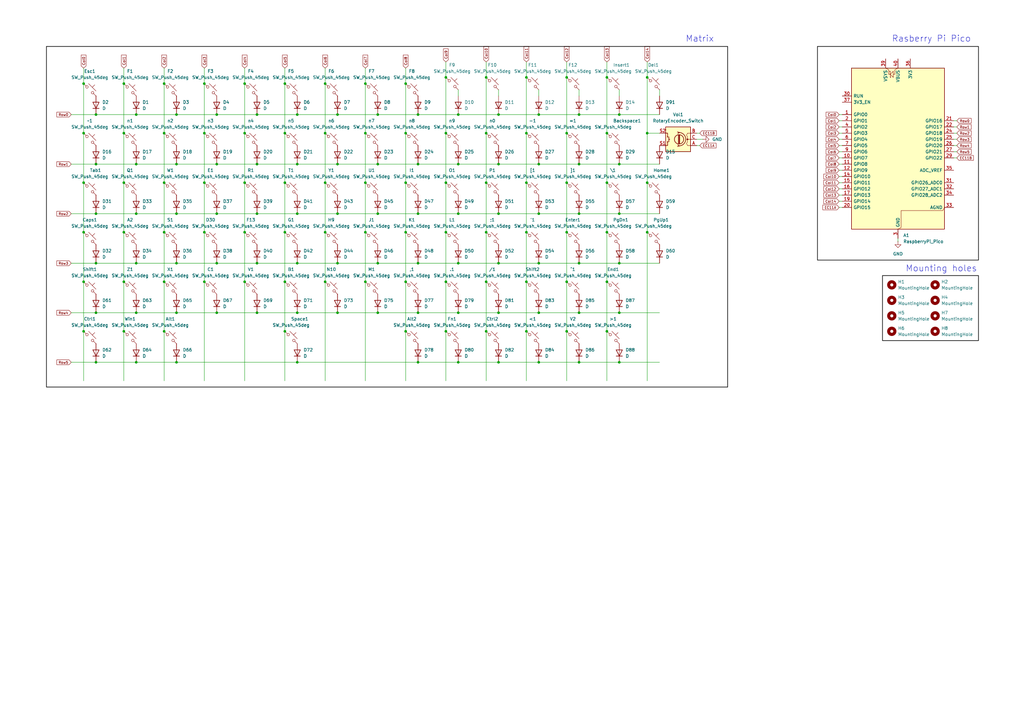
<source format=kicad_sch>
(kicad_sch (version 20250114) (generator "eeschema") (generator_version "9.0")
  (paper "A3")
  (rectangle (start 19.05 19.05) (end 298.45 158.75) (stroke (width 0.254) (color 0 0 0 1)))
  (rectangle (start 335.28 19.05) (end 401.32 106.68) (stroke (width 0.254) (color 0 0 0 1)))
  (rectangle (start 361.95 113.03) (end 401.32 139.7) (stroke (width 0.254) (color 0 0 0 1)))
  (text "Matrix" (at 287.02 16.002 0) (effects (font (size 2.54 2.54))))
  (text "Mounting holes" (at 386.08 110.236 0) (effects (font (size 2.54 2.54))))
  (text "Rasberry Pi Pico\n" (at 382.016 16.002 0) (effects (font (size 2.54 2.54))))
  (junction (at 72.39 67.31))
  (junction (at 199.39 115.57))
  (junction (at 204.47 46.99))
  (junction (at 138.43 107.95))
  (junction (at 171.45 67.31))
  (junction (at 248.92 31.75))
  (junction (at 88.9 46.99))
  (junction (at 166.37 135.89))
  (junction (at 138.43 128.27))
  (junction (at 199.39 54.61))
  (junction (at 138.43 46.99))
  (junction (at 166.37 74.93))
  (junction (at 154.94 87.63))
  (junction (at 265.43 54.61))
  (junction (at 154.94 46.99))
  (junction (at 100.33 115.57))
  (junction (at 116.84 74.93))
  (junction (at 39.37 107.95))
  (junction (at 121.92 67.31))
  (junction (at 254 107.95))
  (junction (at 105.41 87.63))
  (junction (at 232.41 115.57))
  (junction (at 67.31 74.93))
  (junction (at 237.49 67.31))
  (junction (at 138.43 87.63))
  (junction (at 105.41 128.27))
  (junction (at 138.43 67.31))
  (junction (at 133.35 74.93))
  (junction (at 154.94 128.27))
  (junction (at 254 148.59))
  (junction (at 171.45 46.99))
  (junction (at 67.31 115.57))
  (junction (at 171.45 148.59))
  (junction (at 254 128.27))
  (junction (at 149.86 34.29))
  (junction (at 55.88 46.99))
  (junction (at 254 87.63))
  (junction (at 83.82 115.57))
  (junction (at 55.88 67.31))
  (junction (at 121.92 107.95))
  (junction (at 100.33 74.93))
  (junction (at 182.88 31.75))
  (junction (at 105.41 107.95))
  (junction (at 67.31 135.89))
  (junction (at 187.96 107.95))
  (junction (at 248.92 74.93))
  (junction (at 187.96 46.99))
  (junction (at 182.88 135.89))
  (junction (at 116.84 135.89))
  (junction (at 220.98 128.27))
  (junction (at 232.41 135.89))
  (junction (at 133.35 115.57))
  (junction (at 237.49 87.63))
  (junction (at 149.86 74.93))
  (junction (at 149.86 95.25))
  (junction (at 215.9 74.93))
  (junction (at 88.9 87.63))
  (junction (at 166.37 95.25))
  (junction (at 215.9 54.61))
  (junction (at 248.92 54.61))
  (junction (at 265.43 95.25))
  (junction (at 182.88 95.25))
  (junction (at 220.98 67.31))
  (junction (at 248.92 95.25))
  (junction (at 133.35 54.61))
  (junction (at 204.47 67.31))
  (junction (at 215.9 135.89))
  (junction (at 237.49 128.27))
  (junction (at 220.98 46.99))
  (junction (at 72.39 128.27))
  (junction (at 149.86 54.61))
  (junction (at 237.49 107.95))
  (junction (at 220.98 148.59))
  (junction (at 154.94 107.95))
  (junction (at 83.82 95.25))
  (junction (at 67.31 54.61))
  (junction (at 100.33 54.61))
  (junction (at 171.45 128.27))
  (junction (at 88.9 128.27))
  (junction (at 50.8 54.61))
  (junction (at 72.39 46.99))
  (junction (at 248.92 115.57))
  (junction (at 220.98 87.63))
  (junction (at 187.96 148.59))
  (junction (at 55.88 87.63))
  (junction (at 50.8 135.89))
  (junction (at 88.9 107.95))
  (junction (at 105.41 46.99))
  (junction (at 100.33 34.29))
  (junction (at 204.47 148.59))
  (junction (at 199.39 135.89))
  (junction (at 50.8 115.57))
  (junction (at 149.86 115.57))
  (junction (at 55.88 148.59))
  (junction (at 166.37 54.61))
  (junction (at 34.29 34.29))
  (junction (at 187.96 128.27))
  (junction (at 50.8 74.93))
  (junction (at 215.9 31.75))
  (junction (at 116.84 115.57))
  (junction (at 50.8 34.29))
  (junction (at 204.47 107.95))
  (junction (at 265.43 74.93))
  (junction (at 116.84 54.61))
  (junction (at 72.39 87.63))
  (junction (at 204.47 87.63))
  (junction (at 34.29 54.61))
  (junction (at 39.37 87.63))
  (junction (at 166.37 34.29))
  (junction (at 171.45 107.95))
  (junction (at 121.92 148.59))
  (junction (at 83.82 74.93))
  (junction (at 182.88 115.57))
  (junction (at 116.84 34.29))
  (junction (at 55.88 107.95))
  (junction (at 83.82 34.29))
  (junction (at 254 67.31))
  (junction (at 39.37 46.99))
  (junction (at 105.41 67.31))
  (junction (at 100.33 95.25))
  (junction (at 265.43 31.75))
  (junction (at 55.88 128.27))
  (junction (at 187.96 87.63))
  (junction (at 232.41 54.61))
  (junction (at 199.39 95.25))
  (junction (at 88.9 67.31))
  (junction (at 72.39 107.95))
  (junction (at 67.31 34.29))
  (junction (at 34.29 74.93))
  (junction (at 204.47 128.27))
  (junction (at 237.49 46.99))
  (junction (at 83.82 54.61))
  (junction (at 34.29 115.57))
  (junction (at 154.94 67.31))
  (junction (at 232.41 31.75))
  (junction (at 121.92 128.27))
  (junction (at 133.35 34.29))
  (junction (at 199.39 31.75))
  (junction (at 34.29 95.25))
  (junction (at 215.9 115.57))
  (junction (at 199.39 74.93))
  (junction (at 34.29 135.89))
  (junction (at 72.39 148.59))
  (junction (at 39.37 128.27))
  (junction (at 121.92 87.63))
  (junction (at 39.37 148.59))
  (junction (at 166.37 115.57))
  (junction (at 182.88 74.93))
  (junction (at 232.41 95.25))
  (junction (at 248.92 135.89))
  (junction (at 220.98 107.95))
  (junction (at 171.45 87.63))
  (junction (at 50.8 95.25))
  (junction (at 116.84 95.25))
  (junction (at 67.31 95.25))
  (junction (at 182.88 54.61))
  (junction (at 133.35 95.25))
  (junction (at 215.9 95.25))
  (junction (at 254 46.99))
  (junction (at 232.41 74.93))
  (junction (at 187.96 67.31))
  (junction (at 39.37 67.31))
  (junction (at 237.49 148.59))
  (junction (at 121.92 46.99))
  (wire (pts (xy 220.98 148.59) (xy 237.49 148.59)))
  (wire (pts (xy 100.33 34.29) (xy 100.33 54.61)))
  (wire (pts (xy 344.17 72.39) (xy 345.44 72.39)))
  (wire (pts (xy 34.29 27.94) (xy 34.29 34.29)))
  (wire (pts (xy 265.43 25.4) (xy 265.43 31.75)))
  (wire (pts (xy 265.43 54.61) (xy 270.51 54.61)))
  (wire (pts (xy 34.29 115.57) (xy 34.29 135.89)))
  (wire (pts (xy 392.43 62.23) (xy 391.16 62.23)))
  (wire (pts (xy 215.9 135.89) (xy 215.9 156.21)))
  (wire (pts (xy 220.98 87.63) (xy 237.49 87.63)))
  (wire (pts (xy 182.88 74.93) (xy 182.88 95.25)))
  (wire (pts (xy 34.29 74.93) (xy 34.29 95.25)))
  (wire (pts (xy 166.37 34.29) (xy 166.37 54.61)))
  (wire (pts (xy 254 36.83) (xy 254 39.37)))
  (wire (pts (xy 187.96 46.99) (xy 204.47 46.99)))
  (wire (pts (xy 88.9 107.95) (xy 105.41 107.95)))
  (wire (pts (xy 166.37 54.61) (xy 166.37 74.93)))
  (wire (pts (xy 204.47 36.83) (xy 204.47 39.37)))
  (wire (pts (xy 133.35 115.57) (xy 133.35 156.21)))
  (wire (pts (xy 39.37 87.63) (xy 55.88 87.63)))
  (wire (pts (xy 392.43 52.07) (xy 391.16 52.07)))
  (wire (pts (xy 116.84 54.61) (xy 116.84 74.93)))
  (wire (pts (xy 55.88 148.59) (xy 72.39 148.59)))
  (wire (pts (xy 55.88 87.63) (xy 72.39 87.63)))
  (wire (pts (xy 237.49 148.59) (xy 254 148.59)))
  (wire (pts (xy 116.84 74.93) (xy 116.84 95.25)))
  (wire (pts (xy 116.84 95.25) (xy 116.84 115.57)))
  (wire (pts (xy 138.43 107.95) (xy 154.94 107.95)))
  (wire (pts (xy 100.33 54.61) (xy 100.33 74.93)))
  (wire (pts (xy 204.47 87.63) (xy 220.98 87.63)))
  (wire (pts (xy 50.8 95.25) (xy 50.8 115.57)))
  (wire (pts (xy 83.82 27.94) (xy 83.82 34.29)))
  (wire (pts (xy 368.3 97.79) (xy 368.3 99.06)))
  (wire (pts (xy 204.47 46.99) (xy 220.98 46.99)))
  (wire (pts (xy 187.96 107.95) (xy 204.47 107.95)))
  (wire (pts (xy 34.29 34.29) (xy 34.29 54.61)))
  (wire (pts (xy 34.29 54.61) (xy 34.29 74.93)))
  (wire (pts (xy 248.92 135.89) (xy 248.92 156.21)))
  (wire (pts (xy 100.33 74.93) (xy 100.33 95.25)))
  (wire (pts (xy 248.92 31.75) (xy 248.92 54.61)))
  (wire (pts (xy 105.41 46.99) (xy 121.92 46.99)))
  (wire (pts (xy 254 107.95) (xy 270.51 107.95)))
  (wire (pts (xy 154.94 67.31) (xy 171.45 67.31)))
  (wire (pts (xy 392.43 54.61) (xy 391.16 54.61)))
  (wire (pts (xy 248.92 54.61) (xy 248.92 74.93)))
  (wire (pts (xy 285.75 54.61) (xy 287.02 54.61)))
  (wire (pts (xy 391.16 59.69) (xy 392.43 59.69)))
  (wire (pts (xy 287.02 59.69) (xy 285.75 59.69)))
  (wire (pts (xy 88.9 128.27) (xy 105.41 128.27)))
  (wire (pts (xy 199.39 54.61) (xy 199.39 74.93)))
  (wire (pts (xy 50.8 115.57) (xy 50.8 135.89)))
  (wire (pts (xy 182.88 54.61) (xy 182.88 74.93)))
  (wire (pts (xy 100.33 115.57) (xy 100.33 156.21)))
  (wire (pts (xy 39.37 148.59) (xy 55.88 148.59)))
  (wire (pts (xy 67.31 135.89) (xy 67.31 156.21)))
  (wire (pts (xy 166.37 95.25) (xy 166.37 115.57)))
  (wire (pts (xy 67.31 54.61) (xy 67.31 74.93)))
  (wire (pts (xy 121.92 148.59) (xy 171.45 148.59)))
  (wire (pts (xy 55.88 107.95) (xy 72.39 107.95)))
  (wire (pts (xy 154.94 87.63) (xy 171.45 87.63)))
  (wire (pts (xy 29.21 128.27) (xy 39.37 128.27)))
  (wire (pts (xy 220.98 128.27) (xy 237.49 128.27)))
  (wire (pts (xy 72.39 46.99) (xy 88.9 46.99)))
  (wire (pts (xy 166.37 115.57) (xy 166.37 135.89)))
  (wire (pts (xy 100.33 95.25) (xy 100.33 115.57)))
  (wire (pts (xy 392.43 57.15) (xy 391.16 57.15)))
  (wire (pts (xy 220.98 67.31) (xy 237.49 67.31)))
  (wire (pts (xy 171.45 87.63) (xy 187.96 87.63)))
  (wire (pts (xy 133.35 74.93) (xy 133.35 95.25)))
  (wire (pts (xy 83.82 95.25) (xy 83.82 115.57)))
  (wire (pts (xy 121.92 46.99) (xy 138.43 46.99)))
  (wire (pts (xy 166.37 27.94) (xy 166.37 34.29)))
  (wire (pts (xy 100.33 27.94) (xy 100.33 34.29)))
  (wire (pts (xy 232.41 115.57) (xy 232.41 135.89)))
  (wire (pts (xy 39.37 46.99) (xy 55.88 46.99)))
  (wire (pts (xy 67.31 74.93) (xy 67.31 95.25)))
  (wire (pts (xy 344.17 77.47) (xy 345.44 77.47)))
  (wire (pts (xy 72.39 67.31) (xy 88.9 67.31)))
  (wire (pts (xy 237.49 107.95) (xy 254 107.95)))
  (wire (pts (xy 204.47 107.95) (xy 220.98 107.95)))
  (wire (pts (xy 121.92 128.27) (xy 138.43 128.27)))
  (wire (pts (xy 154.94 46.99) (xy 171.45 46.99)))
  (wire (pts (xy 344.17 57.15) (xy 345.44 57.15)))
  (wire (pts (xy 138.43 87.63) (xy 154.94 87.63)))
  (wire (pts (xy 344.17 67.31) (xy 345.44 67.31)))
  (wire (pts (xy 237.49 46.99) (xy 254 46.99)))
  (wire (pts (xy 116.84 115.57) (xy 116.84 135.89)))
  (wire (pts (xy 344.17 69.85) (xy 345.44 69.85)))
  (wire (pts (xy 83.82 74.93) (xy 83.82 95.25)))
  (wire (pts (xy 392.43 49.53) (xy 391.16 49.53)))
  (wire (pts (xy 67.31 115.57) (xy 67.31 135.89)))
  (wire (pts (xy 187.96 148.59) (xy 204.47 148.59)))
  (wire (pts (xy 149.86 34.29) (xy 149.86 54.61)))
  (wire (pts (xy 105.41 67.31) (xy 121.92 67.31)))
  (wire (pts (xy 29.21 148.59) (xy 39.37 148.59)))
  (wire (pts (xy 215.9 115.57) (xy 215.9 135.89)))
  (wire (pts (xy 88.9 87.63) (xy 105.41 87.63)))
  (wire (pts (xy 232.41 135.89) (xy 232.41 156.21)))
  (wire (pts (xy 254 148.59) (xy 270.51 148.59)))
  (wire (pts (xy 116.84 34.29) (xy 116.84 54.61)))
  (wire (pts (xy 138.43 46.99) (xy 154.94 46.99)))
  (wire (pts (xy 182.88 95.25) (xy 182.88 115.57)))
  (wire (pts (xy 237.49 128.27) (xy 254 128.27)))
  (wire (pts (xy 248.92 95.25) (xy 248.92 115.57)))
  (wire (pts (xy 154.94 128.27) (xy 171.45 128.27)))
  (wire (pts (xy 344.17 85.09) (xy 345.44 85.09)))
  (wire (pts (xy 88.9 46.99) (xy 105.41 46.99)))
  (wire (pts (xy 149.86 54.61) (xy 149.86 74.93)))
  (wire (pts (xy 149.86 74.93) (xy 149.86 95.25)))
  (wire (pts (xy 199.39 25.4) (xy 199.39 31.75)))
  (wire (pts (xy 204.47 128.27) (xy 220.98 128.27)))
  (wire (pts (xy 248.92 25.4) (xy 248.92 31.75)))
  (wire (pts (xy 344.17 64.77) (xy 345.44 64.77)))
  (wire (pts (xy 55.88 67.31) (xy 72.39 67.31)))
  (wire (pts (xy 199.39 115.57) (xy 199.39 135.89)))
  (wire (pts (xy 83.82 115.57) (xy 83.82 156.21)))
  (wire (pts (xy 187.96 67.31) (xy 204.47 67.31)))
  (wire (pts (xy 50.8 135.89) (xy 50.8 156.21)))
  (wire (pts (xy 237.49 36.83) (xy 237.49 39.37)))
  (wire (pts (xy 220.98 46.99) (xy 237.49 46.99)))
  (wire (pts (xy 34.29 135.89) (xy 34.29 156.21)))
  (wire (pts (xy 55.88 46.99) (xy 72.39 46.99)))
  (wire (pts (xy 254 67.31) (xy 270.51 67.31)))
  (wire (pts (xy 215.9 74.93) (xy 215.9 95.25)))
  (wire (pts (xy 270.51 46.99) (xy 254 46.99)))
  (wire (pts (xy 88.9 67.31) (xy 105.41 67.31)))
  (wire (pts (xy 344.17 54.61) (xy 345.44 54.61)))
  (wire (pts (xy 34.29 95.25) (xy 34.29 115.57)))
  (wire (pts (xy 344.17 52.07) (xy 345.44 52.07)))
  (wire (pts (xy 39.37 128.27) (xy 55.88 128.27)))
  (wire (pts (xy 232.41 95.25) (xy 232.41 115.57)))
  (wire (pts (xy 254 128.27) (xy 270.51 128.27)))
  (wire (pts (xy 199.39 31.75) (xy 199.39 54.61)))
  (wire (pts (xy 50.8 74.93) (xy 50.8 95.25)))
  (wire (pts (xy 133.35 54.61) (xy 133.35 74.93)))
  (wire (pts (xy 171.45 67.31) (xy 187.96 67.31)))
  (wire (pts (xy 133.35 34.29) (xy 133.35 54.61)))
  (wire (pts (xy 270.51 36.83) (xy 270.51 39.37)))
  (wire (pts (xy 138.43 128.27) (xy 154.94 128.27)))
  (wire (pts (xy 215.9 54.61) (xy 215.9 74.93)))
  (wire (pts (xy 187.96 128.27) (xy 204.47 128.27)))
  (wire (pts (xy 121.92 67.31) (xy 138.43 67.31)))
  (wire (pts (xy 265.43 31.75) (xy 265.43 54.61)))
  (wire (pts (xy 265.43 54.61) (xy 265.43 74.93)))
  (wire (pts (xy 182.88 135.89) (xy 182.88 156.21)))
  (wire (pts (xy 182.88 31.75) (xy 182.88 54.61)))
  (wire (pts (xy 116.84 135.89) (xy 116.84 156.21)))
  (wire (pts (xy 171.45 128.27) (xy 187.96 128.27)))
  (wire (pts (xy 344.17 62.23) (xy 345.44 62.23)))
  (wire (pts (xy 215.9 95.25) (xy 215.9 115.57)))
  (wire (pts (xy 220.98 36.83) (xy 220.98 39.37)))
  (wire (pts (xy 182.88 25.4) (xy 182.88 31.75)))
  (wire (pts (xy 83.82 54.61) (xy 83.82 74.93)))
  (wire (pts (xy 116.84 27.94) (xy 116.84 34.29)))
  (wire (pts (xy 199.39 74.93) (xy 199.39 95.25)))
  (wire (pts (xy 204.47 148.59) (xy 220.98 148.59)))
  (wire (pts (xy 344.17 49.53) (xy 345.44 49.53)))
  (wire (pts (xy 83.82 34.29) (xy 83.82 54.61)))
  (wire (pts (xy 285.75 57.15) (xy 288.29 57.15)))
  (wire (pts (xy 105.41 107.95) (xy 121.92 107.95)))
  (wire (pts (xy 50.8 27.94) (xy 50.8 34.29)))
  (wire (pts (xy 39.37 107.95) (xy 55.88 107.95)))
  (wire (pts (xy 215.9 31.75) (xy 215.9 54.61)))
  (wire (pts (xy 39.37 67.31) (xy 55.88 67.31)))
  (wire (pts (xy 72.39 148.59) (xy 121.92 148.59)))
  (wire (pts (xy 344.17 59.69) (xy 345.44 59.69)))
  (wire (pts (xy 133.35 27.94) (xy 133.35 34.29)))
  (wire (pts (xy 220.98 107.95) (xy 237.49 107.95)))
  (wire (pts (xy 265.43 74.93) (xy 265.43 95.25)))
  (wire (pts (xy 50.8 34.29) (xy 50.8 54.61)))
  (wire (pts (xy 138.43 67.31) (xy 154.94 67.31)))
  (wire (pts (xy 29.21 107.95) (xy 39.37 107.95)))
  (wire (pts (xy 187.96 36.83) (xy 187.96 39.37)))
  (wire (pts (xy 67.31 34.29) (xy 67.31 54.61)))
  (wire (pts (xy 171.45 107.95) (xy 187.96 107.95)))
  (wire (pts (xy 265.43 95.25) (xy 265.43 156.21)))
  (wire (pts (xy 248.92 74.93) (xy 248.92 95.25)))
  (wire (pts (xy 232.41 74.93) (xy 232.41 95.25)))
  (wire (pts (xy 105.41 128.27) (xy 121.92 128.27)))
  (wire (pts (xy 149.86 27.94) (xy 149.86 34.29)))
  (wire (pts (xy 344.17 74.93) (xy 345.44 74.93)))
  (wire (pts (xy 232.41 54.61) (xy 232.41 74.93)))
  (wire (pts (xy 344.17 46.99) (xy 345.44 46.99)))
  (wire (pts (xy 72.39 87.63) (xy 88.9 87.63)))
  (wire (pts (xy 29.21 87.63) (xy 39.37 87.63)))
  (wire (pts (xy 55.88 128.27) (xy 72.39 128.27)))
  (wire (pts (xy 232.41 25.4) (xy 232.41 31.75)))
  (wire (pts (xy 204.47 67.31) (xy 220.98 67.31)))
  (wire (pts (xy 215.9 25.4) (xy 215.9 31.75)))
  (wire (pts (xy 254 87.63) (xy 270.51 87.63)))
  (wire (pts (xy 121.92 87.63) (xy 138.43 87.63)))
  (wire (pts (xy 248.92 115.57) (xy 248.92 135.89)))
  (wire (pts (xy 187.96 87.63) (xy 204.47 87.63)))
  (wire (pts (xy 392.43 64.77) (xy 391.16 64.77)))
  (wire (pts (xy 171.45 148.59) (xy 187.96 148.59)))
  (wire (pts (xy 182.88 115.57) (xy 182.88 135.89)))
  (wire (pts (xy 237.49 87.63) (xy 254 87.63)))
  (wire (pts (xy 72.39 107.95) (xy 88.9 107.95)))
  (wire (pts (xy 237.49 67.31) (xy 254 67.31)))
  (wire (pts (xy 166.37 74.93) (xy 166.37 95.25)))
  (wire (pts (xy 67.31 27.94) (xy 67.31 34.29)))
  (wire (pts (xy 29.21 46.99) (xy 39.37 46.99)))
  (wire (pts (xy 67.31 95.25) (xy 67.31 115.57)))
  (wire (pts (xy 199.39 95.25) (xy 199.39 115.57)))
  (wire (pts (xy 121.92 107.95) (xy 138.43 107.95)))
  (wire (pts (xy 166.37 135.89) (xy 166.37 156.21)))
  (wire (pts (xy 72.39 128.27) (xy 88.9 128.27)))
  (wire (pts (xy 232.41 31.75) (xy 232.41 54.61)))
  (wire (pts (xy 344.17 82.55) (xy 345.44 82.55)))
  (wire (pts (xy 154.94 107.95) (xy 171.45 107.95)))
  (wire (pts (xy 149.86 115.57) (xy 149.86 156.21)))
  (wire (pts (xy 171.45 46.99) (xy 187.96 46.99)))
  (wire (pts (xy 50.8 54.61) (xy 50.8 74.93)))
  (wire (pts (xy 199.39 135.89) (xy 199.39 156.21)))
  (wire (pts (xy 133.35 95.25) (xy 133.35 115.57)))
  (wire (pts (xy 344.17 80.01) (xy 345.44 80.01)))
  (wire (pts (xy 29.21 67.31) (xy 39.37 67.31)))
  (wire (pts (xy 149.86 95.25) (xy 149.86 115.57)))
  (wire (pts (xy 105.41 87.63) (xy 121.92 87.63)))
  (global_label "Col10" (shape input) (at 344.17 72.39 180) (effects (font (size 1.016 1.016))) (property "Intersheetrefs" "${INTERSHEET_REFS}" (effects (hide yes))))
  (global_label "Col13" (shape input) (at 344.17 80.01 180) (effects (font (size 1.016 1.016))) (property "Intersheetrefs" "${INTERSHEET_REFS}" (effects (hide yes))))
  (global_label "EC11B" (shape input) (at 287.02 54.61 0) (effects (font (size 1.016 1.016))) (property "Intersheetrefs" "${INTERSHEET_REFS}" (effects (hide yes))))
  (global_label "Col2" (shape input) (at 344.17 52.07 180) (effects (font (size 1.016 1.016))) (property "Intersheetrefs" "${INTERSHEET_REFS}" (effects (hide yes))))
  (global_label "Col1" (shape input) (at 50.8 27.94 90) (effects (font (size 1.016 1.016))) (property "Intersheetrefs" "${INTERSHEET_REFS}" (effects (hide yes))))
  (global_label "Col6" (shape input) (at 344.17 62.23 180) (effects (font (size 1.016 1.016))) (property "Intersheetrefs" "${INTERSHEET_REFS}" (effects (hide yes))))
  (global_label "Row1" (shape input) (at 392.43 52.07 0) (effects (font (size 1.016 1.016))) (property "Intersheetrefs" "${INTERSHEET_REFS}" (effects (hide yes))))
  (global_label "EC11B" (shape input) (at 392.43 64.77 0) (effects (font (size 1.016 1.016))) (property "Intersheetrefs" "${INTERSHEET_REFS}" (effects (hide yes))))
  (global_label "Row4" (shape input) (at 392.43 59.69 0) (effects (font (size 1.016 1.016))) (property "Intersheetrefs" "${INTERSHEET_REFS}" (effects (hide yes))))
  (global_label "Col7" (shape input) (at 344.17 64.77 180) (effects (font (size 1.016 1.016))) (property "Intersheetrefs" "${INTERSHEET_REFS}" (effects (hide yes))))
  (global_label "Col12" (shape input) (at 232.41 25.4 90) (effects (font (size 1.016 1.016))) (property "Intersheetrefs" "${INTERSHEET_REFS}" (effects (hide yes))))
  (global_label "Col6" (shape input) (at 133.35 27.94 90) (effects (font (size 1.016 1.016))) (property "Intersheetrefs" "${INTERSHEET_REFS}" (effects (hide yes))))
  (global_label "Col14" (shape input) (at 344.17 82.55 180) (effects (font (size 1.016 1.016))) (property "Intersheetrefs" "${INTERSHEET_REFS}" (effects (hide yes))))
  (global_label "Col14" (shape input) (at 265.43 25.4 90) (effects (font (size 1.016 1.016))) (property "Intersheetrefs" "${INTERSHEET_REFS}" (effects (hide yes))))
  (global_label "Row3" (shape input) (at 392.43 57.15 0) (effects (font (size 1.016 1.016))) (property "Intersheetrefs" "${INTERSHEET_REFS}" (effects (hide yes))))
  (global_label "Row5" (shape input) (at 29.21 148.59 180) (effects (font (size 1.016 1.016))) (property "Intersheetrefs" "${INTERSHEET_REFS}" (effects (hide yes))))
  (global_label "Col3" (shape input) (at 83.82 27.94 90) (effects (font (size 1.016 1.016))) (property "Intersheetrefs" "${INTERSHEET_REFS}" (effects (hide yes))))
  (global_label "Col0" (shape input) (at 34.29 27.94 90) (effects (font (size 1.016 1.016))) (property "Intersheetrefs" "${INTERSHEET_REFS}" (effects (hide yes))))
  (global_label "EC11A" (shape input) (at 344.17 85.09 180) (effects (font (size 1.016 1.016))) (property "Intersheetrefs" "${INTERSHEET_REFS}" (effects (hide yes))))
  (global_label "Col9" (shape input) (at 344.17 69.85 180) (effects (font (size 1.016 1.016))) (property "Intersheetrefs" "${INTERSHEET_REFS}" (effects (hide yes))))
  (global_label "Col12" (shape input) (at 344.17 77.47 180) (effects (font (size 1.016 1.016))) (property "Intersheetrefs" "${INTERSHEET_REFS}" (effects (hide yes))))
  (global_label "Row2" (shape input) (at 29.21 87.63 180) (effects (font (size 1.016 1.016))) (property "Intersheetrefs" "${INTERSHEET_REFS}" (effects (hide yes))))
  (global_label "Col3" (shape input) (at 344.17 54.61 180) (effects (font (size 1.016 1.016))) (property "Intersheetrefs" "${INTERSHEET_REFS}" (effects (hide yes))))
  (global_label "Row1" (shape input) (at 29.21 67.31 180) (effects (font (size 1.016 1.016))) (property "Intersheetrefs" "${INTERSHEET_REFS}" (effects (hide yes))))
  (global_label "Col11" (shape input) (at 215.9 25.4 90) (effects (font (size 1.016 1.016))) (property "Intersheetrefs" "${INTERSHEET_REFS}" (effects (hide yes))))
  (global_label "Row4" (shape input) (at 29.21 128.27 180) (effects (font (size 1.016 1.016))) (property "Intersheetrefs" "${INTERSHEET_REFS}" (effects (hide yes))))
  (global_label "Row3" (shape input) (at 29.21 107.95 180) (effects (font (size 1.016 1.016))) (property "Intersheetrefs" "${INTERSHEET_REFS}" (effects (hide yes))))
  (global_label "Col8" (shape input) (at 344.17 67.31 180) (effects (font (size 1.016 1.016))) (property "Intersheetrefs" "${INTERSHEET_REFS}" (effects (hide yes))))
  (global_label "Row2" (shape input) (at 392.43 54.61 0) (effects (font (size 1.016 1.016))) (property "Intersheetrefs" "${INTERSHEET_REFS}" (effects (hide yes))))
  (global_label "Row0" (shape input) (at 29.21 46.99 180) (effects (font (size 1.016 1.016))) (property "Intersheetrefs" "${INTERSHEET_REFS}" (effects (hide yes))))
  (global_label "Col7" (shape input) (at 149.86 27.94 90) (effects (font (size 1.016 1.016))) (property "Intersheetrefs" "${INTERSHEET_REFS}" (effects (hide yes))))
  (global_label "Col1" (shape input) (at 344.17 49.53 180) (effects (font (size 1.016 1.016))) (property "Intersheetrefs" "${INTERSHEET_REFS}" (effects (hide yes))))
  (global_label "Row0" (shape input) (at 392.43 49.53 0) (effects (font (size 1.016 1.016))) (property "Intersheetrefs" "${INTERSHEET_REFS}" (effects (hide yes))))
  (global_label "Col2" (shape input) (at 67.31 27.94 90) (effects (font (size 1.016 1.016))) (property "Intersheetrefs" "${INTERSHEET_REFS}" (effects (hide yes))))
  (global_label "Col5" (shape input) (at 116.84 27.94 90) (effects (font (size 1.016 1.016))) (property "Intersheetrefs" "${INTERSHEET_REFS}" (effects (hide yes))))
  (global_label "Col13" (shape input) (at 248.92 25.4 90) (effects (font (size 1.016 1.016))) (property "Intersheetrefs" "${INTERSHEET_REFS}" (effects (hide yes))))
  (global_label "EC11A" (shape input) (at 287.02 59.69 0) (effects (font (size 1.016 1.016))) (property "Intersheetrefs" "${INTERSHEET_REFS}" (effects (hide yes))))
  (global_label "Col8" (shape input) (at 166.37 27.94 90) (effects (font (size 1.016 1.016))) (property "Intersheetrefs" "${INTERSHEET_REFS}" (effects (hide yes))))
  (global_label "Col10" (shape input) (at 199.39 25.4 90) (effects (font (size 1.016 1.016))) (property "Intersheetrefs" "${INTERSHEET_REFS}" (effects (hide yes))))
  (global_label "Col4" (shape input) (at 344.17 57.15 180) (effects (font (size 1.016 1.016))) (property "Intersheetrefs" "${INTERSHEET_REFS}" (effects (hide yes))))
  (global_label "Col5" (shape input) (at 344.17 59.69 180) (effects (font (size 1.016 1.016))) (property "Intersheetrefs" "${INTERSHEET_REFS}" (effects (hide yes))))
  (global_label "Col11" (shape input) (at 344.17 74.93 180) (effects (font (size 1.016 1.016))) (property "Intersheetrefs" "${INTERSHEET_REFS}" (effects (hide yes))))
  (global_label "Row5" (shape input) (at 392.43 62.23 0) (effects (font (size 1.016 1.016))) (property "Intersheetrefs" "${INTERSHEET_REFS}" (effects (hide yes))))
  (global_label "Col4" (shape input) (at 100.33 27.94 90) (effects (font (size 1.016 1.016))) (property "Intersheetrefs" "${INTERSHEET_REFS}" (effects (hide yes))))
  (global_label "Col9" (shape input) (at 182.88 25.4 90) (effects (font (size 1.016 1.016))) (property "Intersheetrefs" "${INTERSHEET_REFS}" (effects (hide yes))))
  (global_label "Col0" (shape input) (at 344.17 46.99 180) (effects (font (size 1.016 1.016))) (property "Intersheetrefs" "${INTERSHEET_REFS}" (effects (hide yes))))
  (symbol (lib_id "Device:D") (at 187.96 124.46 90) (unit 1)
    (property "Reference" "D79" (at 190.5 123.1899 90) (effects (justify right)))
    (property "Value" "D" (at 190.5 125.7299 90) (effects (justify right)))
    (property "Footprint" "Diode_THT:D_DO-35_SOD27_P7.62mm_Horizontal" (effects (hide yes)))
    (property "Description" "Diode" (effects (hide yes)))
    (property "Sim.Device" "D" (effects (hide yes)))
    (property "Sim.Pins" "1=K 2=A" (effects (hide yes)))
  )
  (symbol (lib_id "Device:D") (at 171.45 104.14 90) (unit 1)
    (property "Reference" "D48" (at 173.99 102.8699 90) (effects (justify right)))
    (property "Value" "D" (at 173.99 105.4099 90) (effects (justify right)))
    (property "Footprint" "Diode_THT:D_DO-35_SOD27_P7.62mm_Horizontal" (effects (hide yes)))
    (property "Description" "Diode" (effects (hide yes)))
    (property "Sim.Device" "D" (effects (hide yes)))
    (property "Sim.Pins" "1=K 2=A" (effects (hide yes)))
  )
  (symbol (lib_id "Switch:SW_Push_45deg") (at 69.85 36.83 0) (unit 1)
    (property "Reference" "F2" (at 69.85 29.21 0))
    (property "Value" "SW_Push_45deg" (at 69.85 31.75 0))
    (property "Footprint" "Button_Switch_Keyboard:SW_Cherry_MX_1.00u_PCB" (effects (hide yes)))
    (property "Description" "Push button switch, normally open, two pins, 45° tilted" (effects (hide yes)))
  )
  (symbol (lib_id "Switch:SW_Push_45deg") (at 168.91 57.15 0) (unit 1)
    (property "Reference" "n8" (at 168.91 49.53 0))
    (property "Value" "SW_Push_45deg" (at 168.91 52.07 0))
    (property "Footprint" "Button_Switch_Keyboard:SW_Cherry_MX_1.00u_PCB" (effects (hide yes)))
    (property "Description" "Push button switch, normally open, two pins, 45° tilted" (effects (hide yes)))
  )
  (symbol (lib_id "Switch:SW_Push_45deg") (at 234.95 34.29 0) (unit 1)
    (property "Reference" "F12" (at 234.95 26.67 0))
    (property "Value" "SW_Push_45deg" (at 234.95 29.21 0))
    (property "Footprint" "Button_Switch_Keyboard:SW_Cherry_MX_1.00u_PCB" (effects (hide yes)))
    (property "Description" "Push button switch, normally open, two pins, 45° tilted" (effects (hide yes)))
  )
  (symbol (lib_id "Switch:SW_Push_45deg") (at 201.93 57.15 0) (unit 1)
    (property "Reference" "n0" (at 201.93 49.53 0))
    (property "Value" "SW_Push_45deg" (at 201.93 52.07 0))
    (property "Footprint" "Button_Switch_Keyboard:SW_Cherry_MX_1.00u_PCB" (effects (hide yes)))
    (property "Description" "Push button switch, normally open, two pins, 45° tilted" (effects (hide yes)))
  )
  (symbol (lib_id "Switch:SW_Push_45deg") (at 53.34 138.43 0) (unit 1)
    (property "Reference" "Win1" (at 53.34 130.81 0))
    (property "Value" "SW_Push_45deg" (at 53.34 133.35 0))
    (property "Footprint" "Button_Switch_Keyboard:SW_Cherry_MX_1.25u_PCB" (effects (hide yes)))
    (property "Description" "Push button switch, normally open, two pins, 45° tilted" (effects (hide yes)))
  )
  (symbol (lib_id "Device:D") (at 270.51 43.18 90) (unit 1)
    (property "Reference" "D91" (at 273.05 41.9099 90) (effects (justify right)))
    (property "Value" "D" (at 273.05 44.4499 90) (effects (justify right)))
    (property "Footprint" "Diode_THT:D_DO-35_SOD27_P7.62mm_Horizontal" (effects (hide yes)))
    (property "Description" "Diode" (effects (hide yes)))
    (property "Sim.Device" "D" (effects (hide yes)))
    (property "Sim.Pins" "1=K 2=A" (effects (hide yes)))
  )
  (symbol (lib_id "Switch:SW_Push_45deg") (at 234.95 97.79 0) (unit 1)
    (property "Reference" "Enter1" (at 234.95 90.17 0))
    (property "Value" "SW_Push_45deg" (at 234.95 92.71 0))
    (property "Footprint" "Button_Switch_Keyboard:SW_Cherry_MX_2.25u_PCB" (effects (hide yes)))
    (property "Description" "Push button switch, normally open, two pins, 45° tilted" (effects (hide yes)))
  )
  (symbol (lib_id "Device:D") (at 39.37 144.78 90) (unit 1)
    (property "Reference" "D62" (at 41.91 143.5099 90) (effects (justify right)))
    (property "Value" "D" (at 41.91 146.0499 90) (effects (justify right)))
    (property "Footprint" "Diode_THT:D_DO-35_SOD27_P7.62mm_Horizontal" (effects (hide yes)))
    (property "Description" "Diode" (effects (hide yes)))
    (property "Sim.Device" "D" (effects (hide yes)))
    (property "Sim.Pins" "1=K 2=A" (effects (hide yes)))
  )
  (symbol (lib_id "Switch:SW_Push_45deg") (at 119.38 36.83 0) (unit 1)
    (property "Reference" "F5" (at 119.38 29.21 0))
    (property "Value" "SW_Push_45deg" (at 119.38 31.75 0))
    (property "Footprint" "Button_Switch_Keyboard:SW_Cherry_MX_1.00u_PCB" (effects (hide yes)))
    (property "Description" "Push button switch, normally open, two pins, 45° tilted" (effects (hide yes)))
  )
  (symbol (lib_id "Mechanical:MountingHole") (at 365.76 129.54 0) (unit 1) (in_bom no)
    (property "Reference" "H5" (at 368.3 128.2699 0) (effects (justify left)))
    (property "Value" "MountingHole" (at 368.3 130.8099 0) (effects (justify left)))
    (property "Footprint" "MountingHole:MountingHole_3.2mm_M3" (effects (hide yes)))
    (property "Description" "Mounting Hole without connection" (effects (hide yes)))
  )
  (symbol (lib_id "Switch:SW_Push_45deg") (at 152.4 118.11 0) (unit 1)
    (property "Reference" "M1" (at 152.4 110.49 0))
    (property "Value" "SW_Push_45deg" (at 152.4 113.03 0))
    (property "Footprint" "Button_Switch_Keyboard:SW_Cherry_MX_1.00u_PCB" (effects (hide yes)))
    (property "Description" "Push button switch, normally open, two pins, 45° tilted" (effects (hide yes)))
  )
  (symbol (lib_id "Device:D") (at 171.45 124.46 90) (unit 1)
    (property "Reference" "D77" (at 173.99 123.1899 90) (effects (justify right)))
    (property "Value" "D" (at 173.99 125.7299 90) (effects (justify right)))
    (property "Footprint" "Diode_THT:D_DO-35_SOD27_P7.62mm_Horizontal" (effects (hide yes)))
    (property "Description" "Diode" (effects (hide yes)))
    (property "Sim.Device" "D" (effects (hide yes)))
    (property "Sim.Pins" "1=K 2=A" (effects (hide yes)))
  )
  (symbol (lib_id "Device:RotaryEncoder_Switch") (at 278.13 57.15 180) (unit 1)
    (property "Reference" "Vol1" (at 278.13 46.99 0))
    (property "Value" "RotaryEncoder_Switch" (at 278.13 49.53 0))
    (property "Footprint" "Rotary_Encoder:RotaryEncoder_Alps_EC11E-Switch_Vertical_H20mm" (effects (hide yes)))
    (property "Description" "Rotary encoder, dual channel, incremental quadrate outputs, with switch" (effects (hide yes)))
  )
  (symbol (lib_id "Device:D") (at 55.88 83.82 90) (unit 1)
    (property "Reference" "D33" (at 58.42 82.5499 90) (effects (justify right)))
    (property "Value" "D" (at 58.42 85.0899 90) (effects (justify right)))
    (property "Footprint" "Diode_THT:D_DO-35_SOD27_P7.62mm_Horizontal" (effects (hide yes)))
    (property "Description" "Diode" (effects (hide yes)))
    (property "Sim.Device" "D" (effects (hide yes)))
    (property "Sim.Pins" "1=K 2=A" (effects (hide yes)))
  )
  (symbol (lib_id "Device:D") (at 72.39 144.78 90) (unit 1)
    (property "Reference" "D66" (at 74.93 143.5099 90) (effects (justify right)))
    (property "Value" "D" (at 74.93 146.0499 90) (effects (justify right)))
    (property "Footprint" "Diode_THT:D_DO-35_SOD27_P7.62mm_Horizontal" (effects (hide yes)))
    (property "Description" "Diode" (effects (hide yes)))
    (property "Sim.Device" "D" (effects (hide yes)))
    (property "Sim.Pins" "1=K 2=A" (effects (hide yes)))
  )
  (symbol (lib_id "Switch:SW_Push_45deg") (at 234.95 138.43 0) (unit 1)
    (property "Reference" "V2" (at 234.95 130.81 0))
    (property "Value" "SW_Push_45deg" (at 234.95 133.35 0))
    (property "Footprint" "Button_Switch_Keyboard:SW_Cherry_MX_1.00u_PCB" (effects (hide yes)))
    (property "Description" "Push button switch, normally open, two pins, 45° tilted" (effects (hide yes)))
  )
  (symbol (lib_id "Switch:SW_Push_45deg") (at 201.93 97.79 0) (unit 1)
    (property "Reference" ";1" (at 201.93 90.17 0))
    (property "Value" "SW_Push_45deg" (at 201.93 92.71 0))
    (property "Footprint" "Button_Switch_Keyboard:SW_Cherry_MX_1.00u_PCB" (effects (hide yes)))
    (property "Description" "Push button switch, normally open, two pins, 45° tilted" (effects (hide yes)))
  )
  (symbol (lib_id "Device:D") (at 270.51 83.82 90) (unit 1)
    (property "Reference" "D59" (at 273.05 82.5499 90) (effects (justify right)))
    (property "Value" "D" (at 273.05 85.0899 90) (effects (justify right)))
    (property "Footprint" "Diode_THT:D_DO-35_SOD27_P7.62mm_Horizontal" (effects (hide yes)))
    (property "Description" "Diode" (effects (hide yes)))
    (property "Sim.Device" "D" (effects (hide yes)))
    (property "Sim.Pins" "1=K 2=A" (effects (hide yes)))
  )
  (symbol (lib_id "Switch:SW_Push_45deg") (at 218.44 138.43 0) (unit 1)
    (property "Reference" "<1" (at 218.44 130.81 0))
    (property "Value" "SW_Push_45deg" (at 218.44 133.35 0))
    (property "Footprint" "Button_Switch_Keyboard:SW_Cherry_MX_1.00u_PCB" (effects (hide yes)))
    (property "Description" "Push button switch, normally open, two pins, 45° tilted" (effects (hide yes)))
  )
  (symbol (lib_id "Device:D") (at 39.37 124.46 90) (unit 1)
    (property "Reference" "D61" (at 41.91 123.1899 90) (effects (justify right)))
    (property "Value" "D" (at 41.91 125.7299 90) (effects (justify right)))
    (property "Footprint" "Diode_THT:D_DO-35_SOD27_P7.62mm_Horizontal" (effects (hide yes)))
    (property "Description" "Diode" (effects (hide yes)))
    (property "Sim.Device" "D" (effects (hide yes)))
    (property "Sim.Pins" "1=K 2=A" (effects (hide yes)))
  )
  (symbol (lib_id "Device:D") (at 220.98 104.14 90) (unit 1)
    (property "Reference" "D54" (at 223.52 102.8699 90) (effects (justify right)))
    (property "Value" "D" (at 223.52 105.4099 90) (effects (justify right)))
    (property "Footprint" "Diode_THT:D_DO-35_SOD27_P7.62mm_Horizontal" (effects (hide yes)))
    (property "Description" "Diode" (effects (hide yes)))
    (property "Sim.Device" "D" (effects (hide yes)))
    (property "Sim.Pins" "1=K 2=A" (effects (hide yes)))
  )
  (symbol (lib_id "Device:D") (at 220.98 43.18 90) (unit 1)
    (property "Reference" "D12" (at 223.52 41.9099 90) (effects (justify right)))
    (property "Value" "D" (at 223.52 44.4499 90) (effects (justify right)))
    (property "Footprint" "Diode_THT:D_DO-35_SOD27_P7.62mm_Horizontal" (effects (hide yes)))
    (property "Description" "Diode" (effects (hide yes)))
    (property "Sim.Device" "D" (effects (hide yes)))
    (property "Sim.Pins" "1=K 2=A" (effects (hide yes)))
  )
  (symbol (lib_id "Mechanical:MountingHole") (at 383.54 135.89 0) (unit 1) (in_bom no)
    (property "Reference" "H8" (at 386.08 134.6199 0) (effects (justify left)))
    (property "Value" "MountingHole" (at 386.08 137.1599 0) (effects (justify left)))
    (property "Footprint" "MountingHole:MountingHole_3.2mm_M3" (effects (hide yes)))
    (property "Description" "Mounting Hole without connection" (effects (hide yes)))
  )
  (symbol (lib_id "Device:D") (at 220.98 124.46 90) (unit 1)
    (property "Reference" "D83" (at 223.52 123.1899 90) (effects (justify right)))
    (property "Value" "D" (at 223.52 125.7299 90) (effects (justify right)))
    (property "Footprint" "Diode_THT:D_DO-35_SOD27_P7.62mm_Horizontal" (effects (hide yes)))
    (property "Description" "Diode" (effects (hide yes)))
    (property "Sim.Device" "D" (effects (hide yes)))
    (property "Sim.Pins" "1=K 2=A" (effects (hide yes)))
  )
  (symbol (lib_id "Device:D") (at 254 43.18 90) (unit 1)
    (property "Reference" "D14" (at 256.54 41.9099 90) (effects (justify right)))
    (property "Value" "D" (at 256.54 44.4499 90) (effects (justify right)))
    (property "Footprint" "Diode_THT:D_DO-35_SOD27_P7.62mm_Horizontal" (effects (hide yes)))
    (property "Description" "Diode" (effects (hide yes)))
    (property "Sim.Device" "D" (effects (hide yes)))
    (property "Sim.Pins" "1=K 2=A" (effects (hide yes)))
  )
  (symbol (lib_id "Switch:SW_Push_45deg") (at 102.87 77.47 0) (unit 1)
    (property "Reference" "R1" (at 102.87 69.85 0))
    (property "Value" "SW_Push_45deg" (at 102.87 72.39 0))
    (property "Footprint" "Button_Switch_Keyboard:SW_Cherry_MX_1.00u_PCB" (effects (hide yes)))
    (property "Description" "Push button switch, normally open, two pins, 45° tilted" (effects (hide yes)))
  )
  (symbol (lib_id "Device:D") (at 204.47 83.82 90) (unit 1)
    (property "Reference" "D51" (at 207.01 82.5499 90) (effects (justify right)))
    (property "Value" "D" (at 207.01 85.0899 90) (effects (justify right)))
    (property "Footprint" "Diode_THT:D_DO-35_SOD27_P7.62mm_Horizontal" (effects (hide yes)))
    (property "Description" "Diode" (effects (hide yes)))
    (property "Sim.Device" "D" (effects (hide yes)))
    (property "Sim.Pins" "1=K 2=A" (effects (hide yes)))
  )
  (symbol (lib_id "Device:D") (at 187.96 104.14 90) (unit 1)
    (property "Reference" "D50" (at 190.5 102.8699 90) (effects (justify right)))
    (property "Value" "D" (at 190.5 105.4099 90) (effects (justify right)))
    (property "Footprint" "Diode_THT:D_DO-35_SOD27_P7.62mm_Horizontal" (effects (hide yes)))
    (property "Description" "Diode" (effects (hide yes)))
    (property "Sim.Device" "D" (effects (hide yes)))
    (property "Sim.Pins" "1=K 2=A" (effects (hide yes)))
  )
  (symbol (lib_id "Switch:SW_Push_45deg") (at 119.38 97.79 0) (unit 1)
    (property "Reference" "G1" (at 119.38 90.17 0))
    (property "Value" "SW_Push_45deg" (at 119.38 92.71 0))
    (property "Footprint" "Button_Switch_Keyboard:SW_Cherry_MX_1.00u_PCB" (effects (hide yes)))
    (property "Description" "Push button switch, normally open, two pins, 45° tilted" (effects (hide yes)))
  )
  (symbol (lib_id "Switch:SW_Push_45deg") (at 152.4 57.15 0) (unit 1)
    (property "Reference" "n7" (at 152.4 49.53 0))
    (property "Value" "SW_Push_45deg" (at 152.4 52.07 0))
    (property "Footprint" "Button_Switch_Keyboard:SW_Cherry_MX_1.00u_PCB" (effects (hide yes)))
    (property "Description" "Push button switch, normally open, two pins, 45° tilted" (effects (hide yes)))
  )
  (symbol (lib_id "Switch:SW_Push_45deg") (at 267.97 97.79 0) (unit 1)
    (property "Reference" "PgUp1" (at 267.97 90.17 0) (effects (justify left)))
    (property "Value" "SW_Push_45deg" (at 267.97 92.71 0))
    (property "Footprint" "Button_Switch_Keyboard:SW_Cherry_MX_1.00u_PCB" (effects (hide yes)))
    (property "Description" "Push button switch, normally open, two pins, 45° tilted" (effects (hide yes)))
  )
  (symbol (lib_id "Device:D") (at 270.51 63.5 90) (unit 1)
    (property "Reference" "D15" (at 273.05 62.2299 90) (effects (justify right)))
    (property "Value" "D" (at 273.05 64.7699 90) (effects (justify right)))
    (property "Footprint" "Diode_THT:D_DO-35_SOD27_P7.62mm_Horizontal" (effects (hide yes)))
    (property "Description" "Diode" (effects (hide yes)))
    (property "Sim.Device" "D" (effects (hide yes)))
    (property "Sim.Pins" "1=K 2=A" (effects (hide yes)))
  )
  (symbol (lib_id "power:GND") (at 368.3 99.06 0) (unit 1)
    (property "Reference" "#PWR02" (effects (hide yes)))
    (property "Value" "GND" (at 368.3 104.14 0))
    (property "Description" "Power symbol creates a global label with name \"GND\" , ground" (effects (hide yes)))
  )
  (symbol (lib_id "Device:D") (at 55.88 43.18 90) (unit 1)
    (property "Reference" "D1" (at 58.42 41.9099 90) (effects (justify right)))
    (property "Value" "D" (at 58.42 44.4499 90) (effects (justify right)))
    (property "Footprint" "Diode_THT:D_DO-35_SOD27_P7.62mm_Horizontal" (effects (hide yes)))
    (property "Description" "Diode" (effects (hide yes)))
    (property "Sim.Device" "D" (effects (hide yes)))
    (property "Sim.Pins" "1=K 2=A" (effects (hide yes)))
  )
  (symbol (lib_id "Device:D") (at 237.49 63.5 90) (unit 1)
    (property "Reference" "D28" (at 240.03 62.2299 90) (effects (justify right)))
    (property "Value" "D" (at 240.03 64.7699 90) (effects (justify right)))
    (property "Footprint" "Diode_THT:D_DO-35_SOD27_P7.62mm_Horizontal" (effects (hide yes)))
    (property "Description" "Diode" (effects (hide yes)))
    (property "Sim.Device" "D" (effects (hide yes)))
    (property "Sim.Pins" "1=K 2=A" (effects (hide yes)))
  )
  (symbol (lib_id "Switch:SW_Push_45deg") (at 53.34 97.79 0) (unit 1)
    (property "Reference" "A2" (at 53.34 90.17 0))
    (property "Value" "SW_Push_45deg" (at 53.34 92.71 0))
    (property "Footprint" "Button_Switch_Keyboard:SW_Cherry_MX_1.00u_PCB" (effects (hide yes)))
    (property "Description" "Push button switch, normally open, two pins, 45° tilted" (effects (hide yes)))
  )
  (symbol (lib_id "Switch:SW_Push_45deg") (at 69.85 77.47 0) (unit 1)
    (property "Reference" "W1" (at 69.85 69.85 0))
    (property "Value" "SW_Push_45deg" (at 69.85 72.39 0))
    (property "Footprint" "Button_Switch_Keyboard:SW_Cherry_MX_1.00u_PCB" (effects (hide yes)))
    (property "Description" "Push button switch, normally open, two pins, 45° tilted" (effects (hide yes)))
  )
  (symbol (lib_id "Device:D") (at 171.45 43.18 90) (unit 1)
    (property "Reference" "D9" (at 173.99 41.9099 90) (effects (justify right)))
    (property "Value" "D" (at 173.99 44.4499 90) (effects (justify right)))
    (property "Footprint" "Diode_THT:D_DO-35_SOD27_P7.62mm_Horizontal" (effects (hide yes)))
    (property "Description" "Diode" (effects (hide yes)))
    (property "Sim.Device" "D" (effects (hide yes)))
    (property "Sim.Pins" "1=K 2=A" (effects (hide yes)))
  )
  (symbol (lib_id "Switch:SW_Push_45deg") (at 185.42 118.11 0) (unit 1)
    (property "Reference" ".1" (at 185.42 110.49 0))
    (property "Value" "SW_Push_45deg" (at 185.42 113.03 0))
    (property "Footprint" "Button_Switch_Keyboard:SW_Cherry_MX_1.00u_PCB" (effects (hide yes)))
    (property "Description" "Push button switch, normally open, two pins, 45° tilted" (effects (hide yes)))
  )
  (symbol (lib_id "Switch:SW_Push_45deg") (at 234.95 118.11 0) (unit 1)
    (property "Reference" "^1" (at 234.95 110.49 0))
    (property "Value" "SW_Push_45deg" (at 234.95 113.03 0))
    (property "Footprint" "Button_Switch_Keyboard:SW_Cherry_MX_1.00u_PCB" (effects (hide yes)))
    (property "Description" "Push button switch, normally open, two pins, 45° tilted" (effects (hide yes)))
  )
  (symbol (lib_id "Device:D") (at 88.9 104.14 90) (unit 1)
    (property "Reference" "D38" (at 91.44 102.8699 90) (effects (justify right)))
    (property "Value" "D" (at 91.44 105.4099 90) (effects (justify right)))
    (property "Footprint" "Diode_THT:D_DO-35_SOD27_P7.62mm_Horizontal" (effects (hide yes)))
    (property "Description" "Diode" (effects (hide yes)))
    (property "Sim.Device" "D" (effects (hide yes)))
    (property "Sim.Pins" "1=K 2=A" (effects (hide yes)))
  )
  (symbol (lib_id "Switch:SW_Push_45deg") (at 53.34 57.15 0) (unit 1)
    (property "Reference" "n1" (at 53.34 49.53 0))
    (property "Value" "SW_Push_45deg" (at 53.34 52.07 0))
    (property "Footprint" "Button_Switch_Keyboard:SW_Cherry_MX_1.00u_PCB" (effects (hide yes)))
    (property "Description" "Push button switch, normally open, two pins, 45° tilted" (effects (hide yes)))
  )
  (symbol (lib_id "Switch:SW_Push_45deg") (at 185.42 97.79 0) (unit 1)
    (property "Reference" "L1" (at 185.42 90.17 0))
    (property "Value" "SW_Push_45deg" (at 185.42 92.71 0))
    (property "Footprint" "Button_Switch_Keyboard:SW_Cherry_MX_1.00u_PCB" (effects (hide yes)))
    (property "Description" "Push button switch, normally open, two pins, 45° tilted" (effects (hide yes)))
  )
  (symbol (lib_id "Switch:SW_Push_45deg") (at 152.4 97.79 0) (unit 1)
    (property "Reference" "J1" (at 152.4 90.17 0))
    (property "Value" "SW_Push_45deg" (at 152.4 92.71 0))
    (property "Footprint" "Button_Switch_Keyboard:SW_Cherry_MX_1.00u_PCB" (effects (hide yes)))
    (property "Description" "Push button switch, normally open, two pins, 45° tilted" (effects (hide yes)))
  )
  (symbol (lib_id "Switch:SW_Push_45deg") (at 251.46 97.79 0) (unit 1)
    (property "Reference" "PgDn1" (at 251.46 90.17 0) (effects (justify left)))
    (property "Value" "SW_Push_45deg" (at 251.46 92.71 0))
    (property "Footprint" "Button_Switch_Keyboard:SW_Cherry_MX_1.00u_PCB" (effects (hide yes)))
    (property "Description" "Push button switch, normally open, two pins, 45° tilted" (effects (hide yes)))
  )
  (symbol (lib_id "Device:D") (at 88.9 43.18 90) (unit 1)
    (property "Reference" "D4" (at 91.44 41.9099 90) (effects (justify right)))
    (property "Value" "D" (at 91.44 44.4499 90) (effects (justify right)))
    (property "Footprint" "Diode_THT:D_DO-35_SOD27_P7.62mm_Horizontal" (effects (hide yes)))
    (property "Description" "Diode" (effects (hide yes)))
    (property "Sim.Device" "D" (effects (hide yes)))
    (property "Sim.Pins" "1=K 2=A" (effects (hide yes)))
  )
  (symbol (lib_id "Device:D") (at 204.47 43.18 90) (unit 1)
    (property "Reference" "D11" (at 207.01 41.9099 90) (effects (justify right)))
    (property "Value" "D" (at 207.01 44.4499 90) (effects (justify right)))
    (property "Footprint" "Diode_THT:D_DO-35_SOD27_P7.62mm_Horizontal" (effects (hide yes)))
    (property "Description" "Diode" (effects (hide yes)))
    (property "Sim.Device" "D" (effects (hide yes)))
    (property "Sim.Pins" "1=K 2=A" (effects (hide yes)))
  )
  (symbol (lib_id "Device:D") (at 254 144.78 90) (unit 1)
    (property "Reference" "D88" (at 256.54 143.5099 90) (effects (justify right)))
    (property "Value" "D" (at 256.54 146.0499 90) (effects (justify right)))
    (property "Footprint" "Diode_THT:D_DO-35_SOD27_P7.62mm_Horizontal" (effects (hide yes)))
    (property "Description" "Diode" (effects (hide yes)))
    (property "Sim.Device" "D" (effects (hide yes)))
    (property "Sim.Pins" "1=K 2=A" (effects (hide yes)))
  )
  (symbol (lib_id "Switch:SW_Push_45deg") (at 234.95 77.47 0) (unit 1)
    (property "Reference" "]1" (at 234.95 69.85 0))
    (property "Value" "SW_Push_45deg" (at 234.95 72.39 0))
    (property "Footprint" "Button_Switch_Keyboard:SW_Cherry_MX_1.00u_PCB" (effects (hide yes)))
    (property "Description" "Push button switch, normally open, two pins, 45° tilted" (effects (hide yes)))
  )
  (symbol (lib_id "Device:D") (at 154.94 124.46 90) (unit 1)
    (property "Reference" "D75" (at 157.48 123.1899 90) (effects (justify right)))
    (property "Value" "D" (at 157.48 125.7299 90) (effects (justify right)))
    (property "Footprint" "Diode_THT:D_DO-35_SOD27_P7.62mm_Horizontal" (effects (hide yes)))
    (property "Description" "Diode" (effects (hide yes)))
    (property "Sim.Device" "D" (effects (hide yes)))
    (property "Sim.Pins" "1=K 2=A" (effects (hide yes)))
  )
  (symbol (lib_id "Switch:SW_Push_45deg") (at 201.93 118.11 0) (unit 1)
    (property "Reference" "/1" (at 201.93 110.49 0))
    (property "Value" "SW_Push_45deg" (at 201.93 113.03 0))
    (property "Footprint" "Button_Switch_Keyboard:SW_Cherry_MX_1.00u_PCB" (effects (hide yes)))
    (property "Description" "Push button switch, normally open, two pins, 45° tilted" (effects (hide yes)))
  )
  (symbol (lib_id "Switch:SW_Push_45deg") (at 152.4 77.47 0) (unit 1)
    (property "Reference" "U1" (at 152.4 69.85 0))
    (property "Value" "SW_Push_45deg" (at 152.4 72.39 0))
    (property "Footprint" "Button_Switch_Keyboard:SW_Cherry_MX_1.00u_PCB" (effects (hide yes)))
    (property "Description" "Push button switch, normally open, two pins, 45° tilted" (effects (hide yes)))
  )
  (symbol (lib_id "Switch:SW_Push_45deg") (at 218.44 34.29 0) (unit 1)
    (property "Reference" "F11" (at 218.44 26.67 0))
    (property "Value" "SW_Push_45deg" (at 218.44 29.21 0))
    (property "Footprint" "Button_Switch_Keyboard:SW_Cherry_MX_1.00u_PCB" (effects (hide yes)))
    (property "Description" "Push button switch, normally open, two pins, 45° tilted" (effects (hide yes)))
  )
  (symbol (lib_id "Device:D") (at 237.49 124.46 90) (unit 1)
    (property "Reference" "D85" (at 240.03 123.1899 90) (effects (justify right)))
    (property "Value" "D" (at 240.03 125.7299 90) (effects (justify right)))
    (property "Footprint" "Diode_THT:D_DO-35_SOD27_P7.62mm_Horizontal" (effects (hide yes)))
    (property "Description" "Diode" (effects (hide yes)))
    (property "Sim.Device" "D" (effects (hide yes)))
    (property "Sim.Pins" "1=K 2=A" (effects (hide yes)))
  )
  (symbol (lib_id "Switch:SW_Push_45deg") (at 69.85 97.79 0) (unit 1)
    (property "Reference" "S1" (at 69.85 90.17 0))
    (property "Value" "SW_Push_45deg" (at 69.85 92.71 0))
    (property "Footprint" "Button_Switch_Keyboard:SW_Cherry_MX_1.00u_PCB" (effects (hide yes)))
    (property "Description" "Push button switch, normally open, two pins, 45° tilted" (effects (hide yes)))
  )
  (symbol (lib_id "Device:D") (at 72.39 83.82 90) (unit 1)
    (property "Reference" "D35" (at 74.93 82.5499 90) (effects (justify right)))
    (property "Value" "D" (at 74.93 85.0899 90) (effects (justify right)))
    (property "Footprint" "Diode_THT:D_DO-35_SOD27_P7.62mm_Horizontal" (effects (hide yes)))
    (property "Description" "Diode" (effects (hide yes)))
    (property "Sim.Device" "D" (effects (hide yes)))
    (property "Sim.Pins" "1=K 2=A" (effects (hide yes)))
  )
  (symbol (lib_id "Device:D") (at 121.92 63.5 90) (unit 1)
    (property "Reference" "D21" (at 124.46 62.2299 90) (effects (justify right)))
    (property "Value" "D" (at 124.46 64.7699 90) (effects (justify right)))
    (property "Footprint" "Diode_THT:D_DO-35_SOD27_P7.62mm_Horizontal" (effects (hide yes)))
    (property "Description" "Diode" (effects (hide yes)))
    (property "Sim.Device" "D" (effects (hide yes)))
    (property "Sim.Pins" "1=K 2=A" (effects (hide yes)))
  )
  (symbol (lib_id "Device:D") (at 204.47 104.14 90) (unit 1)
    (property "Reference" "D52" (at 207.01 102.8699 90) (effects (justify right)))
    (property "Value" "D" (at 207.01 105.4099 90) (effects (justify right)))
    (property "Footprint" "Diode_THT:D_DO-35_SOD27_P7.62mm_Horizontal" (effects (hide yes)))
    (property "Description" "Diode" (effects (hide yes)))
    (property "Sim.Device" "D" (effects (hide yes)))
    (property "Sim.Pins" "1=K 2=A" (effects (hide yes)))
  )
  (symbol (lib_id "Switch:SW_Push_45deg") (at 185.42 77.47 0) (unit 1)
    (property "Reference" "O1" (at 185.42 69.85 0))
    (property "Value" "SW_Push_45deg" (at 185.42 72.39 0))
    (property "Footprint" "Button_Switch_Keyboard:SW_Cherry_MX_1.00u_PCB" (effects (hide yes)))
    (property "Description" "Push button switch, normally open, two pins, 45° tilted" (effects (hide yes)))
  )
  (symbol (lib_id "Mechanical:MountingHole") (at 365.76 116.84 0) (unit 1) (in_bom no)
    (property "Reference" "H1" (at 368.3 115.5699 0) (effects (justify left)))
    (property "Value" "MountingHole" (at 368.3 118.1099 0) (effects (justify left)))
    (property "Footprint" "MountingHole:MountingHole_3.2mm_M3" (effects (hide yes)))
    (property "Description" "Mounting Hole without connection" (effects (hide yes)))
  )
  (symbol (lib_id "Device:D") (at 154.94 43.18 90) (unit 1)
    (property "Reference" "D8" (at 157.48 41.9099 90) (effects (justify right)))
    (property "Value" "D" (at 157.48 44.4499 90) (effects (justify right)))
    (property "Footprint" "Diode_THT:D_DO-35_SOD27_P7.62mm_Horizontal" (effects (hide yes)))
    (property "Description" "Diode" (effects (hide yes)))
    (property "Sim.Device" "D" (effects (hide yes)))
    (property "Sim.Pins" "1=K 2=A" (effects (hide yes)))
  )
  (symbol (lib_id "Switch:SW_Push_45deg") (at 36.83 97.79 0) (unit 1)
    (property "Reference" "Caps1" (at 36.83 90.17 0))
    (property "Value" "SW_Push_45deg" (at 36.83 92.71 0))
    (property "Footprint" "Button_Switch_Keyboard:SW_Cherry_MX_1.75u_PCB" (effects (hide yes)))
    (property "Description" "Push button switch, normally open, two pins, 45° tilted" (effects (hide yes)))
  )
  (symbol (lib_id "Mechanical:MountingHole") (at 383.54 129.54 0) (unit 1) (in_bom no)
    (property "Reference" "H7" (at 386.08 128.2699 0) (effects (justify left)))
    (property "Value" "MountingHole" (at 386.08 130.8099 0) (effects (justify left)))
    (property "Footprint" "MountingHole:MountingHole_3.2mm_M3" (effects (hide yes)))
    (property "Description" "Mounting Hole without connection" (effects (hide yes)))
  )
  (symbol (lib_id "Switch:SW_Push_45deg") (at 69.85 118.11 0) (unit 1)
    (property "Reference" "X1" (at 69.85 110.49 0))
    (property "Value" "SW_Push_45deg" (at 69.85 113.03 0))
    (property "Footprint" "Button_Switch_Keyboard:SW_Cherry_MX_1.00u_PCB" (effects (hide yes)))
    (property "Description" "Push button switch, normally open, two pins, 45° tilted" (effects (hide yes)))
  )
  (symbol (lib_id "Switch:SW_Push_45deg") (at 168.91 36.83 0) (unit 1)
    (property "Reference" "F8" (at 168.91 29.21 0))
    (property "Value" "SW_Push_45deg" (at 168.91 31.75 0))
    (property "Footprint" "Button_Switch_Keyboard:SW_Cherry_MX_1.00u_PCB" (effects (hide yes)))
    (property "Description" "Push button switch, normally open, two pins, 45° tilted" (effects (hide yes)))
  )
  (symbol (lib_id "Device:D") (at 187.96 83.82 90) (unit 1)
    (property "Reference" "D49" (at 190.5 82.5499 90) (effects (justify right)))
    (property "Value" "D" (at 190.5 85.0899 90) (effects (justify right)))
    (property "Footprint" "Diode_THT:D_DO-35_SOD27_P7.62mm_Horizontal" (effects (hide yes)))
    (property "Description" "Diode" (effects (hide yes)))
    (property "Sim.Device" "D" (effects (hide yes)))
    (property "Sim.Pins" "1=K 2=A" (effects (hide yes)))
  )
  (symbol (lib_id "Switch:SW_Push_45deg") (at 36.83 138.43 0) (unit 1)
    (property "Reference" "Ctrl1" (at 36.83 130.81 0))
    (property "Value" "SW_Push_45deg" (at 36.83 133.35 0))
    (property "Footprint" "Button_Switch_Keyboard:SW_Cherry_MX_1.25u_PCB" (effects (hide yes)))
    (property "Description" "Push button switch, normally open, two pins, 45° tilted" (effects (hide yes)))
  )
  (symbol (lib_id "Device:D") (at 105.41 43.18 90) (unit 1)
    (property "Reference" "D5" (at 107.95 41.9099 90) (effects (justify right)))
    (property "Value" "D" (at 107.95 44.4499 90) (effects (justify right)))
    (property "Footprint" "Diode_THT:D_DO-35_SOD27_P7.62mm_Horizontal" (effects (hide yes)))
    (property "Description" "Diode" (effects (hide yes)))
    (property "Sim.Device" "D" (effects (hide yes)))
    (property "Sim.Pins" "1=K 2=A" (effects (hide yes)))
  )
  (symbol (lib_id "Device:D") (at 220.98 83.82 90) (unit 1)
    (property "Reference" "D53" (at 223.52 82.5499 90) (effects (justify right)))
    (property "Value" "D" (at 223.52 85.0899 90) (effects (justify right)))
    (property "Footprint" "Diode_THT:D_DO-35_SOD27_P7.62mm_Horizontal" (effects (hide yes)))
    (property "Description" "Diode" (effects (hide yes)))
    (property "Sim.Device" "D" (effects (hide yes)))
    (property "Sim.Pins" "1=K 2=A" (effects (hide yes)))
  )
  (symbol (lib_id "Switch:SW_Push_45deg") (at 251.46 34.29 0) (unit 1)
    (property "Reference" "Insert1" (at 251.46 26.67 0) (effects (justify left)))
    (property "Value" "SW_Push_45deg" (at 251.46 29.21 0))
    (property "Footprint" "Button_Switch_Keyboard:SW_Cherry_MX_1.00u_PCB" (effects (hide yes)))
    (property "Description" "Push button switch, normally open, two pins, 45° tilted" (effects (hide yes)))
  )
  (symbol (lib_id "Switch:SW_Push_45deg") (at 251.46 138.43 0) (unit 1)
    (property "Reference" ">1" (at 251.46 130.81 0))
    (property "Value" "SW_Push_45deg" (at 251.46 133.35 0))
    (property "Footprint" "Button_Switch_Keyboard:SW_Cherry_MX_1.00u_PCB" (effects (hide yes)))
    (property "Description" "Push button switch, normally open, two pins, 45° tilted" (effects (hide yes)))
  )
  (symbol (lib_id "Device:D") (at 39.37 104.14 90) (unit 1)
    (property "Reference" "D32" (at 41.91 102.8699 90) (effects (justify right)))
    (property "Value" "D" (at 41.91 105.4099 90) (effects (justify right)))
    (property "Footprint" "Diode_THT:D_DO-35_SOD27_P7.62mm_Horizontal" (effects (hide yes)))
    (property "Description" "Diode" (effects (hide yes)))
    (property "Sim.Device" "D" (effects (hide yes)))
    (property "Sim.Pins" "1=K 2=A" (effects (hide yes)))
  )
  (symbol (lib_id "Device:D") (at 121.92 104.14 90) (unit 1)
    (property "Reference" "D42" (at 124.46 102.8699 90) (effects (justify right)))
    (property "Value" "D" (at 124.46 105.4099 90) (effects (justify right)))
    (property "Footprint" "Diode_THT:D_DO-35_SOD27_P7.62mm_Horizontal" (effects (hide yes)))
    (property "Description" "Diode" (effects (hide yes)))
    (property "Sim.Device" "D" (effects (hide yes)))
    (property "Sim.Pins" "1=K 2=A" (effects (hide yes)))
  )
  (symbol (lib_id "Switch:SW_Push_45deg") (at 86.36 77.47 0) (unit 1)
    (property "Reference" "E1" (at 86.36 69.85 0))
    (property "Value" "SW_Push_45deg" (at 86.36 72.39 0))
    (property "Footprint" "Button_Switch_Keyboard:SW_Cherry_MX_1.00u_PCB" (effects (hide yes)))
    (property "Description" "Push button switch, normally open, two pins, 45° tilted" (effects (hide yes)))
  )
  (symbol (lib_id "Switch:SW_Push_45deg") (at 267.97 77.47 0) (unit 1)
    (property "Reference" "Home1" (at 267.97 69.85 0) (effects (justify left)))
    (property "Value" "SW_Push_45deg" (at 267.97 72.39 0))
    (property "Footprint" "Button_Switch_Keyboard:SW_Cherry_MX_1.00u_PCB" (effects (hide yes)))
    (property "Description" "Push button switch, normally open, two pins, 45° tilted" (effects (hide yes)))
  )
  (symbol (lib_id "Device:D") (at 121.92 83.82 90) (unit 1)
    (property "Reference" "D41" (at 124.46 82.5499 90) (effects (justify right)))
    (property "Value" "D" (at 124.46 85.0899 90) (effects (justify right)))
    (property "Footprint" "Diode_THT:D_DO-35_SOD27_P7.62mm_Horizontal" (effects (hide yes)))
    (property "Description" "Diode" (effects (hide yes)))
    (property "Sim.Device" "D" (effects (hide yes)))
    (property "Sim.Pins" "1=K 2=A" (effects (hide yes)))
  )
  (symbol (lib_id "Device:D") (at 237.49 83.82 90) (unit 1)
    (property "Reference" "D55" (at 240.03 82.5499 90) (effects (justify right)))
    (property "Value" "D" (at 240.03 85.0899 90) (effects (justify right)))
    (property "Footprint" "Diode_THT:D_DO-35_SOD27_P7.62mm_Horizontal" (effects (hide yes)))
    (property "Description" "Diode" (effects (hide yes)))
    (property "Sim.Device" "D" (effects (hide yes)))
    (property "Sim.Pins" "1=K 2=A" (effects (hide yes)))
  )
  (symbol (lib_id "power:GND") (at 288.29 57.15 90) (unit 1)
    (property "Reference" "#PWR01" (effects (hide yes)))
    (property "Value" "GND" (at 292.1 57.1499 90) (effects (justify right)))
    (property "Description" "Power symbol creates a global label with name \"GND\" , ground" (effects (hide yes)))
  )
  (symbol (lib_id "Switch:SW_Push_45deg") (at 201.93 34.29 0) (unit 1)
    (property "Reference" "F10" (at 201.93 26.67 0))
    (property "Value" "SW_Push_45deg" (at 201.93 29.21 0))
    (property "Footprint" "Button_Switch_Keyboard:SW_Cherry_MX_1.00u_PCB" (effects (hide yes)))
    (property "Description" "Push button switch, normally open, two pins, 45° tilted" (effects (hide yes)))
  )
  (symbol (lib_id "Device:D") (at 237.49 104.14 90) (unit 1)
    (property "Reference" "D56" (at 240.03 102.8699 90) (effects (justify right)))
    (property "Value" "D" (at 240.03 105.4099 90) (effects (justify right)))
    (property "Footprint" "Diode_THT:D_DO-35_SOD27_P7.62mm_Horizontal" (effects (hide yes)))
    (property "Description" "Diode" (effects (hide yes)))
    (property "Sim.Device" "D" (effects (hide yes)))
    (property "Sim.Pins" "1=K 2=A" (effects (hide yes)))
  )
  (symbol (lib_id "Switch:SW_Push_45deg") (at 168.91 138.43 0) (unit 1)
    (property "Reference" "Alt2" (at 168.91 130.81 0))
    (property "Value" "SW_Push_45deg" (at 168.91 133.35 0))
    (property "Footprint" "Button_Switch_Keyboard:SW_Cherry_MX_1.00u_PCB" (effects (hide yes)))
    (property "Description" "Push button switch, normally open, two pins, 45° tilted" (effects (hide yes)))
  )
  (symbol (lib_id "Switch:SW_Push_45deg") (at 135.89 57.15 0) (unit 1)
    (property "Reference" "n6" (at 135.89 49.53 0))
    (property "Value" "SW_Push_45deg" (at 135.89 52.07 0))
    (property "Footprint" "Button_Switch_Keyboard:SW_Cherry_MX_1.00u_PCB" (effects (hide yes)))
    (property "Description" "Push button switch, normally open, two pins, 45° tilted" (effects (hide yes)))
  )
  (symbol (lib_id "Device:D") (at 121.92 144.78 90) (unit 1)
    (property "Reference" "D72" (at 124.46 143.5099 90) (effects (justify right)))
    (property "Value" "D" (at 124.46 146.0499 90) (effects (justify right)))
    (property "Footprint" "Diode_THT:D_DO-35_SOD27_P7.62mm_Horizontal" (effects (hide yes)))
    (property "Description" "Diode" (effects (hide yes)))
    (property "Sim.Device" "D" (effects (hide yes)))
    (property "Sim.Pins" "1=K 2=A" (effects (hide yes)))
  )
  (symbol (lib_id "Switch:SW_Push_45deg") (at 218.44 77.47 0) (unit 1)
    (property "Reference" "[1" (at 218.44 69.85 0))
    (property "Value" "SW_Push_45deg" (at 218.44 72.39 0))
    (property "Footprint" "Button_Switch_Keyboard:SW_Cherry_MX_1.00u_PCB" (effects (hide yes)))
    (property "Description" "Push button switch, normally open, two pins, 45° tilted" (effects (hide yes)))
  )
  (symbol (lib_id "Switch:SW_Push_45deg") (at 251.46 57.15 0) (unit 1)
    (property "Reference" "Backspace1" (at 251.46 49.53 0) (effects (justify left)))
    (property "Value" "SW_Push_45deg" (at 251.46 52.07 0))
    (property "Footprint" "Button_Switch_Keyboard:SW_Cherry_MX_2.00u_PCB" (effects (hide yes)))
    (property "Description" "Push button switch, normally open, two pins, 45° tilted" (effects (hide yes)))
  )
  (symbol (lib_id "Switch:SW_Push_45deg") (at 218.44 97.79 0) (unit 1)
    (property "Reference" "'1" (at 218.44 90.17 0))
    (property "Value" "SW_Push_45deg" (at 218.44 92.71 0))
    (property "Footprint" "Button_Switch_Keyboard:SW_Cherry_MX_1.00u_PCB" (effects (hide yes)))
    (property "Description" "Push button switch, normally open, two pins, 45° tilted" (effects (hide yes)))
  )
  (symbol (lib_id "Device:D") (at 88.9 124.46 90) (unit 1)
    (property "Reference" "D67" (at 91.44 123.1899 90) (effects (justify right)))
    (property "Value" "D" (at 91.44 125.7299 90) (effects (justify right)))
    (property "Footprint" "Diode_THT:D_DO-35_SOD27_P7.62mm_Horizontal" (effects (hide yes)))
    (property "Description" "Diode" (effects (hide yes)))
    (property "Sim.Device" "D" (effects (hide yes)))
    (property "Sim.Pins" "1=K 2=A" (effects (hide yes)))
  )
  (symbol (lib_id "Device:D") (at 187.96 63.5 90) (unit 1)
    (property "Reference" "D25" (at 190.5 62.2299 90) (effects (justify right)))
    (property "Value" "D" (at 190.5 64.7699 90) (effects (justify right)))
    (property "Footprint" "Diode_THT:D_DO-35_SOD27_P7.62mm_Horizontal" (effects (hide yes)))
    (property "Description" "Diode" (effects (hide yes)))
    (property "Sim.Device" "D" (effects (hide yes)))
    (property "Sim.Pins" "1=K 2=A" (effects (hide yes)))
  )
  (symbol (lib_id "Device:D") (at 138.43 63.5 90) (unit 1)
    (property "Reference" "D22" (at 140.97 62.2299 90) (effects (justify right)))
    (property "Value" "D" (at 140.97 64.7699 90) (effects (justify right)))
    (property "Footprint" "Diode_THT:D_DO-35_SOD27_P7.62mm_Horizontal" (effects (hide yes)))
    (property "Description" "Diode" (effects (hide yes)))
    (property "Sim.Device" "D" (effects (hide yes)))
    (property "Sim.Pins" "1=K 2=A" (effects (hide yes)))
  )
  (symbol (lib_id "Device:D") (at 39.37 83.82 90) (unit 1)
    (property "Reference" "D31" (at 41.91 82.5499 90) (effects (justify right)))
    (property "Value" "D" (at 41.91 85.0899 90) (effects (justify right)))
    (property "Footprint" "Diode_THT:D_DO-35_SOD27_P7.62mm_Horizontal" (effects (hide yes)))
    (property "Description" "Diode" (effects (hide yes)))
    (property "Sim.Device" "D" (effects (hide yes)))
    (property "Sim.Pins" "1=K 2=A" (effects (hide yes)))
  )
  (symbol (lib_id "Switch:SW_Push_45deg") (at 168.91 97.79 0) (unit 1)
    (property "Reference" "K1" (at 168.91 90.17 0))
    (property "Value" "SW_Push_45deg" (at 168.91 92.71 0))
    (property "Footprint" "Button_Switch_Keyboard:SW_Cherry_MX_1.00u_PCB" (effects (hide yes)))
    (property "Description" "Push button switch, normally open, two pins, 45° tilted" (effects (hide yes)))
  )
  (symbol (lib_id "Device:D") (at 154.94 104.14 90) (unit 1)
    (property "Reference" "D46" (at 157.48 102.8699 90) (effects (justify right)))
    (property "Value" "D" (at 157.48 105.4099 90) (effects (justify right)))
    (property "Footprint" "Diode_THT:D_DO-35_SOD27_P7.62mm_Horizontal" (effects (hide yes)))
    (property "Description" "Diode" (effects (hide yes)))
    (property "Sim.Device" "D" (effects (hide yes)))
    (property "Sim.Pins" "1=K 2=A" (effects (hide yes)))
  )
  (symbol (lib_id "Switch:SW_Push_45deg") (at 53.34 77.47 0) (unit 1)
    (property "Reference" "Q1" (at 53.34 69.85 0))
    (property "Value" "SW_Push_45deg" (at 53.34 72.39 0))
    (property "Footprint" "Button_Switch_Keyboard:SW_Cherry_MX_1.00u_PCB" (effects (hide yes)))
    (property "Description" "Push button switch, normally open, two pins, 45° tilted" (effects (hide yes)))
  )
  (symbol (lib_id "Device:D") (at 72.39 43.18 90) (unit 1)
    (property "Reference" "D3" (at 74.93 41.9099 90) (effects (justify right)))
    (property "Value" "D" (at 74.93 44.4499 90) (effects (justify right)))
    (property "Footprint" "Diode_THT:D_DO-35_SOD27_P7.62mm_Horizontal" (effects (hide yes)))
    (property "Description" "Diode" (effects (hide yes)))
    (property "Sim.Device" "D" (effects (hide yes)))
    (property "Sim.Pins" "1=K 2=A" (effects (hide yes)))
  )
  (symbol (lib_id "Device:D") (at 204.47 144.78 90) (unit 1)
    (property "Reference" "D82" (at 207.01 143.5099 90) (effects (justify right)))
    (property "Value" "D" (at 207.01 146.0499 90) (effects (justify right)))
    (property "Footprint" "Diode_THT:D_DO-35_SOD27_P7.62mm_Horizontal" (effects (hide yes)))
    (property "Description" "Diode" (effects (hide yes)))
    (property "Sim.Device" "D" (effects (hide yes)))
    (property "Sim.Pins" "1=K 2=A" (effects (hide yes)))
  )
  (symbol (lib_id "Switch:SW_Push_45deg") (at 69.85 57.15 0) (unit 1)
    (property "Reference" "n2" (at 69.85 49.53 0))
    (property "Value" "SW_Push_45deg" (at 69.85 52.07 0))
    (property "Footprint" "Button_Switch_Keyboard:SW_Cherry_MX_1.00u_PCB" (effects (hide yes)))
    (property "Description" "Push button switch, normally open, two pins, 45° tilted" (effects (hide yes)))
  )
  (symbol (lib_id "Switch:SW_Push_45deg") (at 185.42 138.43 0) (unit 1)
    (property "Reference" "Fn1" (at 185.42 130.81 0))
    (property "Value" "SW_Push_45deg" (at 185.42 133.35 0))
    (property "Footprint" "Button_Switch_Keyboard:SW_Cherry_MX_1.00u_PCB" (effects (hide yes)))
    (property "Description" "Push button switch, normally open, two pins, 45° tilted" (effects (hide yes)))
  )
  (symbol (lib_id "Device:D") (at 220.98 144.78 90) (unit 1)
    (property "Reference" "D84" (at 223.52 143.5099 90) (effects (justify right)))
    (property "Value" "D" (at 223.52 146.0499 90) (effects (justify right)))
    (property "Footprint" "Diode_THT:D_DO-35_SOD27_P7.62mm_Horizontal" (effects (hide yes)))
    (property "Description" "Diode" (effects (hide yes)))
    (property "Sim.Device" "D" (effects (hide yes)))
    (property "Sim.Pins" "1=K 2=A" (effects (hide yes)))
  )
  (symbol (lib_id "Device:D") (at 237.49 43.18 90) (unit 1)
    (property "Reference" "D13" (at 240.03 41.9099 90) (effects (justify right)))
    (property "Value" "D" (at 240.03 44.4499 90) (effects (justify right)))
    (property "Footprint" "Diode_THT:D_DO-35_SOD27_P7.62mm_Horizontal" (effects (hide yes)))
    (property "Description" "Diode" (effects (hide yes)))
    (property "Sim.Device" "D" (effects (hide yes)))
    (property "Sim.Pins" "1=K 2=A" (effects (hide yes)))
  )
  (symbol (lib_id "Mechanical:MountingHole") (at 365.76 123.19 0) (unit 1) (in_bom no)
    (property "Reference" "H3" (at 368.3 121.9199 0) (effects (justify left)))
    (property "Value" "MountingHole" (at 368.3 124.4599 0) (effects (justify left)))
    (property "Footprint" "MountingHole:MountingHole_3.2mm_M3" (effects (hide yes)))
    (property "Description" "Mounting Hole without connection" (effects (hide yes)))
  )
  (symbol (lib_id "Device:D") (at 270.51 104.14 90) (unit 1)
    (property "Reference" "D60" (at 273.05 102.8699 90) (effects (justify right)))
    (property "Value" "D" (at 273.05 105.4099 90) (effects (justify right)))
    (property "Footprint" "Diode_THT:D_DO-35_SOD27_P7.62mm_Horizontal" (effects (hide yes)))
    (property "Description" "Diode" (effects (hide yes)))
    (property "Sim.Device" "D" (effects (hide yes)))
    (property "Sim.Pins" "1=K 2=A" (effects (hide yes)))
  )
  (symbol (lib_id "Switch:SW_Push_45deg") (at 168.91 77.47 0) (unit 1)
    (property "Reference" "I1" (at 168.91 69.85 0))
    (property "Value" "SW_Push_45deg" (at 168.91 72.39 0))
    (property "Footprint" "Button_Switch_Keyboard:SW_Cherry_MX_1.00u_PCB" (effects (hide yes)))
    (property "Description" "Push button switch, normally open, two pins, 45° tilted" (effects (hide yes)))
  )
  (symbol (lib_id "Device:D") (at 171.45 144.78 90) (unit 1)
    (property "Reference" "D78" (at 173.99 143.5099 90) (effects (justify right)))
    (property "Value" "D" (at 173.99 146.0499 90) (effects (justify right)))
    (property "Footprint" "Diode_THT:D_DO-35_SOD27_P7.62mm_Horizontal" (effects (hide yes)))
    (property "Description" "Diode" (effects (hide yes)))
    (property "Sim.Device" "D" (effects (hide yes)))
    (property "Sim.Pins" "1=K 2=A" (effects (hide yes)))
  )
  (symbol (lib_id "Device:D") (at 154.94 63.5 90) (unit 1)
    (property "Reference" "D23" (at 157.48 62.2299 90) (effects (justify right)))
    (property "Value" "D" (at 157.48 64.7699 90) (effects (justify right)))
    (property "Footprint" "Diode_THT:D_DO-35_SOD27_P7.62mm_Horizontal" (effects (hide yes)))
    (property "Description" "Diode" (effects (hide yes)))
    (property "Sim.Device" "D" (effects (hide yes)))
    (property "Sim.Pins" "1=K 2=A" (effects (hide yes)))
  )
  (symbol (lib_id "Device:D") (at 105.41 63.5 90) (unit 1)
    (property "Reference" "D20" (at 107.95 62.2299 90) (effects (justify right)))
    (property "Value" "D" (at 107.95 64.7699 90) (effects (justify right)))
    (property "Footprint" "Diode_THT:D_DO-35_SOD27_P7.62mm_Horizontal" (effects (hide yes)))
    (property "Description" "Diode" (effects (hide yes)))
    (property "Sim.Device" "D" (effects (hide yes)))
    (property "Sim.Pins" "1=K 2=A" (effects (hide yes)))
  )
  (symbol (lib_id "Switch:SW_Push_45deg") (at 119.38 118.11 0) (unit 1)
    (property "Reference" "B1" (at 119.38 110.49 0))
    (property "Value" "SW_Push_45deg" (at 119.38 113.03 0))
    (property "Footprint" "Button_Switch_Keyboard:SW_Cherry_MX_1.00u_PCB" (effects (hide yes)))
    (property "Description" "Push button switch, normally open, two pins, 45° tilted" (effects (hide yes)))
  )
  (symbol (lib_id "Device:D") (at 254 124.46 90) (unit 1)
    (property "Reference" "D87" (at 256.54 123.1899 90) (effects (justify right)))
    (property "Value" "D" (at 256.54 125.7299 90) (effects (justify right)))
    (property "Footprint" "Diode_THT:D_DO-35_SOD27_P7.62mm_Horizontal" (effects (hide yes)))
    (property "Description" "Diode" (effects (hide yes)))
    (property "Sim.Device" "D" (effects (hide yes)))
    (property "Sim.Pins" "1=K 2=A" (effects (hide yes)))
  )
  (symbol (lib_id "Switch:SW_Push_45deg") (at 102.87 57.15 0) (unit 1)
    (property "Reference" "n4" (at 102.87 49.53 0))
    (property "Value" "SW_Push_45deg" (at 102.87 52.07 0))
    (property "Footprint" "Button_Switch_Keyboard:SW_Cherry_MX_1.00u_PCB" (effects (hide yes)))
    (property "Description" "Push button switch, normally open, two pins, 45° tilted" (effects (hide yes)))
  )
  (symbol (lib_id "Device:D") (at 138.43 124.46 90) (unit 1)
    (property "Reference" "D73" (at 140.97 123.1899 90) (effects (justify right)))
    (property "Value" "D" (at 140.97 125.7299 90) (effects (justify right)))
    (property "Footprint" "Diode_THT:D_DO-35_SOD27_P7.62mm_Horizontal" (effects (hide yes)))
    (property "Description" "Diode" (effects (hide yes)))
    (property "Sim.Device" "D" (effects (hide yes)))
    (property "Sim.Pins" "1=K 2=A" (effects (hide yes)))
  )
  (symbol (lib_id "Switch:SW_Push_45deg") (at 36.83 57.15 0) (unit 1)
    (property "Reference" "~1" (at 36.83 49.53 0))
    (property "Value" "SW_Push_45deg" (at 36.83 52.07 0))
    (property "Footprint" "Button_Switch_Keyboard:SW_Cherry_MX_1.00u_PCB" (effects (hide yes)))
    (property "Description" "Push button switch, normally open, two pins, 45° tilted" (effects (hide yes)))
  )
  (symbol (lib_id "MCU_Module:RaspberryPi_Pico") (at 368.3 62.23 0) (unit 1)
    (property "Reference" "A1" (at 370.4433 96.52 0) (effects (justify left)))
    (property "Value" "RaspberryPi_Pico" (at 370.4433 99.06 0) (effects (justify left)))
    (property "Footprint" "Module:RaspberryPi_Pico_Common_Unspecified" (effects (hide yes)))
    (property "Datasheet" "https://datasheets.raspberrypi.com/pico/pico-datasheet.pdf" (effects (hide yes)))
    (property "Description" "Versatile and inexpensive microcontroller module powered by RP2040 dual-core Arm Cortex-M0+ processor up to 133 MHz, 264kB SRAM, 2MB QSPI flash; also supports Raspberry Pi Pico 2" (effects (hide yes)))
  )
  (symbol (lib_id "Device:D") (at 55.88 104.14 90) (unit 1)
    (property "Reference" "D34" (at 58.42 102.8699 90) (effects (justify right)))
    (property "Value" "D" (at 58.42 105.4099 90) (effects (justify right)))
    (property "Footprint" "Diode_THT:D_DO-35_SOD27_P7.62mm_Horizontal" (effects (hide yes)))
    (property "Description" "Diode" (effects (hide yes)))
    (property "Sim.Device" "D" (effects (hide yes)))
    (property "Sim.Pins" "1=K 2=A" (effects (hide yes)))
  )
  (symbol (lib_id "Switch:SW_Push_45deg") (at 36.83 36.83 0) (unit 1)
    (property "Reference" "Esc1" (at 36.83 29.21 0))
    (property "Value" "SW_Push_45deg" (at 36.83 31.75 0))
    (property "Footprint" "Button_Switch_Keyboard:SW_Cherry_MX_1.00u_PCB" (effects (hide yes)))
    (property "Description" "Push button switch, normally open, two pins, 45° tilted" (effects (hide yes)))
  )
  (symbol (lib_id "Switch:SW_Push_45deg") (at 218.44 57.15 0) (unit 1)
    (property "Reference" "-1" (at 218.44 49.53 0))
    (property "Value" "SW_Push_45deg" (at 218.44 52.07 0))
    (property "Footprint" "Button_Switch_Keyboard:SW_Cherry_MX_1.00u_PCB" (effects (hide yes)))
    (property "Description" "Push button switch, normally open, two pins, 45° tilted" (effects (hide yes)))
  )
  (symbol (lib_id "Mechanical:MountingHole") (at 383.54 116.84 0) (unit 1) (in_bom no)
    (property "Reference" "H2" (at 386.08 115.5699 0) (effects (justify left)))
    (property "Value" "MountingHole" (at 386.08 118.1099 0) (effects (justify left)))
    (property "Footprint" "MountingHole:MountingHole_3.2mm_M3" (effects (hide yes)))
    (property "Description" "Mounting Hole without connection" (effects (hide yes)))
  )
  (symbol (lib_id "Device:D") (at 39.37 63.5 90) (unit 1)
    (property "Reference" "D16" (at 41.91 62.2299 90) (effects (justify right)))
    (property "Value" "D" (at 41.91 64.7699 90) (effects (justify right)))
    (property "Footprint" "Diode_THT:D_DO-35_SOD27_P7.62mm_Horizontal" (effects (hide yes)))
    (property "Description" "Diode" (effects (hide yes)))
    (property "Sim.Device" "D" (effects (hide yes)))
    (property "Sim.Pins" "1=K 2=A" (effects (hide yes)))
  )
  (symbol (lib_id "Switch:SW_Push_45deg") (at 86.36 36.83 0) (unit 1)
    (property "Reference" "F3" (at 86.36 29.21 0))
    (property "Value" "SW_Push_45deg" (at 86.36 31.75 0))
    (property "Footprint" "Button_Switch_Keyboard:SW_Cherry_MX_1.00u_PCB" (effects (hide yes)))
    (property "Description" "Push button switch, normally open, two pins, 45° tilted" (effects (hide yes)))
  )
  (symbol (lib_id "Device:D") (at 187.96 144.78 90) (unit 1)
    (property "Reference" "D80" (at 190.5 143.5099 90) (effects (justify right)))
    (property "Value" "D" (at 190.5 146.0499 90) (effects (justify right)))
    (property "Footprint" "Diode_THT:D_DO-35_SOD27_P7.62mm_Horizontal" (effects (hide yes)))
    (property "Description" "Diode" (effects (hide yes)))
    (property "Sim.Device" "D" (effects (hide yes)))
    (property "Sim.Pins" "1=K 2=A" (effects (hide yes)))
  )
  (symbol (lib_id "Switch:SW_Push_45deg") (at 201.93 138.43 0) (unit 1)
    (property "Reference" "Ctrl2" (at 201.93 130.81 0))
    (property "Value" "SW_Push_45deg" (at 201.93 133.35 0))
    (property "Footprint" "Button_Switch_Keyboard:SW_Cherry_MX_1.00u_PCB" (effects (hide yes)))
    (property "Description" "Push button switch, normally open, two pins, 45° tilted" (effects (hide yes)))
  )
  (symbol (lib_id "Device:D") (at 55.88 124.46 90) (unit 1)
    (property "Reference" "D63" (at 58.42 123.1899 90) (effects (justify right)))
    (property "Value" "D" (at 58.42 125.7299 90) (effects (justify right)))
    (property "Footprint" "Diode_THT:D_DO-35_SOD27_P7.62mm_Horizontal" (effects (hide yes)))
    (property "Description" "Diode" (effects (hide yes)))
    (property "Sim.Device" "D" (effects (hide yes)))
    (property "Sim.Pins" "1=K 2=A" (effects (hide yes)))
  )
  (symbol (lib_id "Device:D") (at 171.45 83.82 90) (unit 1)
    (property "Reference" "D47" (at 173.99 82.5499 90) (effects (justify right)))
    (property "Value" "D" (at 173.99 85.0899 90) (effects (justify right)))
    (property "Footprint" "Diode_THT:D_DO-35_SOD27_P7.62mm_Horizontal" (effects (hide yes)))
    (property "Description" "Diode" (effects (hide yes)))
    (property "Sim.Device" "D" (effects (hide yes)))
    (property "Sim.Pins" "1=K 2=A" (effects (hide yes)))
  )
  (symbol (lib_id "Device:D") (at 237.49 144.78 90) (unit 1)
    (property "Reference" "D86" (at 240.03 143.5099 90) (effects (justify right)))
    (property "Value" "D" (at 240.03 146.0499 90) (effects (justify right)))
    (property "Footprint" "Diode_THT:D_DO-35_SOD27_P7.62mm_Horizontal" (effects (hide yes)))
    (property "Description" "Diode" (effects (hide yes)))
    (property "Sim.Device" "D" (effects (hide yes)))
    (property "Sim.Pins" "1=K 2=A" (effects (hide yes)))
  )
  (symbol (lib_id "Mechanical:MountingHole") (at 365.76 135.89 0) (unit 1) (in_bom no)
    (property "Reference" "H6" (at 368.3 134.6199 0) (effects (justify left)))
    (property "Value" "MountingHole" (at 368.3 137.1599 0) (effects (justify left)))
    (property "Footprint" "MountingHole:MountingHole_3.2mm_M3" (effects (hide yes)))
    (property "Description" "Mounting Hole without connection" (effects (hide yes)))
  )
  (symbol (lib_id "Device:D") (at 55.88 63.5 90) (unit 1)
    (property "Reference" "D17" (at 58.42 62.2299 90) (effects (justify right)))
    (property "Value" "D" (at 58.42 64.7699 90) (effects (justify right)))
    (property "Footprint" "Diode_THT:D_DO-35_SOD27_P7.62mm_Horizontal" (effects (hide yes)))
    (property "Description" "Diode" (effects (hide yes)))
    (property "Sim.Device" "D" (effects (hide yes)))
    (property "Sim.Pins" "1=K 2=A" (effects (hide yes)))
  )
  (symbol (lib_id "Switch:SW_Push_45deg") (at 86.36 97.79 0) (unit 1)
    (property "Reference" "D30" (at 86.36 90.17 0))
    (property "Value" "SW_Push_45deg" (at 86.36 92.71 0))
    (property "Footprint" "Button_Switch_Keyboard:SW_Cherry_MX_1.00u_PCB" (effects (hide yes)))
    (property "Description" "Push button switch, normally open, two pins, 45° tilted" (effects (hide yes)))
  )
  (symbol (lib_id "Device:D") (at 39.37 43.18 90) (unit 1)
    (property "Reference" "D2" (at 41.91 41.9099 90) (effects (justify right)))
    (property "Value" "D" (at 41.91 44.4499 90) (effects (justify right)))
    (property "Footprint" "Diode_THT:D_DO-35_SOD27_P7.62mm_Horizontal" (effects (hide yes)))
    (property "Description" "Diode" (effects (hide yes)))
    (property "Sim.Device" "D" (effects (hide yes)))
    (property "Sim.Pins" "1=K 2=A" (effects (hide yes)))
  )
  (symbol (lib_id "Device:D") (at 72.39 104.14 90) (unit 1)
    (property "Reference" "D36" (at 74.93 102.8699 90) (effects (justify right)))
    (property "Value" "D" (at 74.93 105.4099 90) (effects (justify right)))
    (property "Footprint" "Diode_THT:D_DO-35_SOD27_P7.62mm_Horizontal" (effects (hide yes)))
    (property "Description" "Diode" (effects (hide yes)))
    (property "Sim.Device" "D" (effects (hide yes)))
    (property "Sim.Pins" "1=K 2=A" (effects (hide yes)))
  )
  (symbol (lib_id "Device:D") (at 55.88 144.78 90) (unit 1)
    (property "Reference" "D64" (at 58.42 143.5099 90) (effects (justify right)))
    (property "Value" "D" (at 58.42 146.0499 90) (effects (justify right)))
    (property "Footprint" "Diode_THT:D_DO-35_SOD27_P7.62mm_Horizontal" (effects (hide yes)))
    (property "Description" "Diode" (effects (hide yes)))
    (property "Sim.Device" "D" (effects (hide yes)))
    (property "Sim.Pins" "1=K 2=A" (effects (hide yes)))
  )
  (symbol (lib_id "Switch:SW_Push_45deg") (at 36.83 118.11 0) (unit 1)
    (property "Reference" "Shift1" (at 36.83 110.49 0))
    (property "Value" "SW_Push_45deg" (at 36.83 113.03 0))
    (property "Footprint" "Button_Switch_Keyboard:SW_Cherry_MX_2.25u_PCB" (effects (hide yes)))
    (property "Description" "Push button switch, normally open, two pins, 45° tilted" (effects (hide yes)))
  )
  (symbol (lib_id "Switch:SW_Push_45deg") (at 135.89 36.83 0) (unit 1)
    (property "Reference" "F6" (at 135.89 29.21 0))
    (property "Value" "SW_Push_45deg" (at 135.89 31.75 0))
    (property "Footprint" "Button_Switch_Keyboard:SW_Cherry_MX_1.00u_PCB" (effects (hide yes)))
    (property "Description" "Push button switch, normally open, two pins, 45° tilted" (effects (hide yes)))
  )
  (symbol (lib_id "Device:D") (at 138.43 83.82 90) (unit 1)
    (property "Reference" "D43" (at 140.97 82.5499 90) (effects (justify right)))
    (property "Value" "D" (at 140.97 85.0899 90) (effects (justify right)))
    (property "Footprint" "Diode_THT:D_DO-35_SOD27_P7.62mm_Horizontal" (effects (hide yes)))
    (property "Description" "Diode" (effects (hide yes)))
    (property "Sim.Device" "D" (effects (hide yes)))
    (property "Sim.Pins" "1=K 2=A" (effects (hide yes)))
  )
  (symbol (lib_id "Device:D") (at 220.98 63.5 90) (unit 1)
    (property "Reference" "D27" (at 223.52 62.2299 90) (effects (justify right)))
    (property "Value" "D" (at 223.52 64.7699 90) (effects (justify right)))
    (property "Footprint" "Diode_THT:D_DO-35_SOD27_P7.62mm_Horizontal" (effects (hide yes)))
    (property "Description" "Diode" (effects (hide yes)))
    (property "Sim.Device" "D" (effects (hide yes)))
    (property "Sim.Pins" "1=K 2=A" (effects (hide yes)))
  )
  (symbol (lib_id "Switch:SW_Push_45deg") (at 135.89 118.11 0) (unit 1)
    (property "Reference" "N10" (at 135.89 110.49 0))
    (property "Value" "SW_Push_45deg" (at 135.89 113.03 0))
    (property "Footprint" "Button_Switch_Keyboard:SW_Cherry_MX_1.00u_PCB" (effects (hide yes)))
    (property "Description" "Push button switch, normally open, two pins, 45° tilted" (effects (hide yes)))
  )
  (symbol (lib_id "Switch:SW_Push_45deg") (at 102.87 36.83 0) (unit 1)
    (property "Reference" "F4" (at 102.87 29.21 0))
    (property "Value" "SW_Push_45deg" (at 102.87 31.75 0))
    (property "Footprint" "Button_Switch_Keyboard:SW_Cherry_MX_1.00u_PCB" (effects (hide yes)))
    (property "Description" "Push button switch, normally open, two pins, 45° tilted" (effects (hide yes)))
  )
  (symbol (lib_id "Device:D") (at 204.47 63.5 90) (unit 1)
    (property "Reference" "D26" (at 207.01 62.2299 90) (effects (justify right)))
    (property "Value" "D" (at 207.01 64.7699 90) (effects (justify right)))
    (property "Footprint" "Diode_THT:D_DO-35_SOD27_P7.62mm_Horizontal" (effects (hide yes)))
    (property "Description" "Diode" (effects (hide yes)))
    (property "Sim.Device" "D" (effects (hide yes)))
    (property "Sim.Pins" "1=K 2=A" (effects (hide yes)))
  )
  (symbol (lib_id "Switch:SW_Push_45deg") (at 218.44 118.11 0) (unit 1)
    (property "Reference" "Shift2" (at 218.44 110.49 0))
    (property "Value" "SW_Push_45deg" (at 218.44 113.03 0))
    (property "Footprint" "Button_Switch_Keyboard:SW_Cherry_MX_1.75u_PCB" (effects (hide yes)))
    (property "Description" "Push button switch, normally open, two pins, 45° tilted" (effects (hide yes)))
  )
  (symbol (lib_id "Device:D") (at 204.47 124.46 90) (unit 1)
    (property "Reference" "D81" (at 207.01 123.1899 90) (effects (justify right)))
    (property "Value" "D" (at 207.01 125.7299 90) (effects (justify right)))
    (property "Footprint" "Diode_THT:D_DO-35_SOD27_P7.62mm_Horizontal" (effects (hide yes)))
    (property "Description" "Diode" (effects (hide yes)))
    (property "Sim.Device" "D" (effects (hide yes)))
    (property "Sim.Pins" "1=K 2=A" (effects (hide yes)))
  )
  (symbol (lib_id "Switch:SW_Push_45deg") (at 119.38 138.43 0) (unit 1)
    (property "Reference" "Space1" (at 119.38 130.81 0) (effects (justify left)))
    (property "Value" "SW_Push_45deg" (at 119.38 133.35 0))
    (property "Footprint" "Button_Switch_Keyboard:SW_Cherry_MX_6.25u_PCB" (effects (hide yes)))
    (property "Description" "Push button switch, normally open, two pins, 45° tilted" (effects (hide yes)))
  )
  (symbol (lib_id "Switch:SW_Push_45deg") (at 135.89 97.79 0) (unit 1)
    (property "Reference" "H9" (at 135.89 90.17 0))
    (property "Value" "SW_Push_45deg" (at 135.89 92.71 0))
    (property "Footprint" "Button_Switch_Keyboard:SW_Cherry_MX_1.00u_PCB" (effects (hide yes)))
    (property "Description" "Push button switch, normally open, two pins, 45° tilted" (effects (hide yes)))
  )
  (symbol (lib_id "Switch:SW_Push_45deg") (at 234.95 57.15 0) (unit 1)
    (property "Reference" "=1" (at 234.95 49.53 0))
    (property "Value" "SW_Push_45deg" (at 234.95 52.07 0))
    (property "Footprint" "Button_Switch_Keyboard:SW_Cherry_MX_1.00u_PCB" (effects (hide yes)))
    (property "Description" "Push button switch, normally open, two pins, 45° tilted" (effects (hide yes)))
  )
  (symbol (lib_id "Device:D") (at 138.43 43.18 90) (unit 1)
    (property "Reference" "D7" (at 140.97 41.9099 90) (effects (justify right)))
    (property "Value" "D" (at 140.97 44.4499 90) (effects (justify right)))
    (property "Footprint" "Diode_THT:D_DO-35_SOD27_P7.62mm_Horizontal" (effects (hide yes)))
    (property "Description" "Diode" (effects (hide yes)))
    (property "Sim.Device" "D" (effects (hide yes)))
    (property "Sim.Pins" "1=K 2=A" (effects (hide yes)))
  )
  (symbol (lib_id "Device:D") (at 254 63.5 90) (unit 1)
    (property "Reference" "D29" (at 256.54 62.2299 90) (effects (justify right)))
    (property "Value" "D" (at 256.54 64.7699 90) (effects (justify right)))
    (property "Footprint" "Diode_THT:D_DO-35_SOD27_P7.62mm_Horizontal" (effects (hide yes)))
    (property "Description" "Diode" (effects (hide yes)))
    (property "Sim.Device" "D" (effects (hide yes)))
    (property "Sim.Pins" "1=K 2=A" (effects (hide yes)))
  )
  (symbol (lib_id "Switch:SW_Push_45deg") (at 135.89 77.47 0) (unit 1)
    (property "Reference" "Y1" (at 135.89 69.85 0))
    (property "Value" "SW_Push_45deg" (at 135.89 72.39 0))
    (property "Footprint" "Button_Switch_Keyboard:SW_Cherry_MX_1.00u_PCB" (effects (hide yes)))
    (property "Description" "Push button switch, normally open, two pins, 45° tilted" (effects (hide yes)))
  )
  (symbol (lib_id "Device:D") (at 88.9 83.82 90) (unit 1)
    (property "Reference" "D37" (at 91.44 82.5499 90) (effects (justify right)))
    (property "Value" "D" (at 91.44 85.0899 90) (effects (justify right)))
    (property "Footprint" "Diode_THT:D_DO-35_SOD27_P7.62mm_Horizontal" (effects (hide yes)))
    (property "Description" "Diode" (effects (hide yes)))
    (property "Sim.Device" "D" (effects (hide yes)))
    (property "Sim.Pins" "1=K 2=A" (effects (hide yes)))
  )
  (symbol (lib_id "Switch:SW_Push_45deg") (at 102.87 118.11 0) (unit 1)
    (property "Reference" "V1" (at 102.87 110.49 0))
    (property "Value" "SW_Push_45deg" (at 102.87 113.03 0))
    (property "Footprint" "Button_Switch_Keyboard:SW_Cherry_MX_1.00u_PCB" (effects (hide yes)))
    (property "Description" "Push button switch, normally open, two pins, 45° tilted" (effects (hide yes)))
  )
  (symbol (lib_id "Device:D") (at 72.39 63.5 90) (unit 1)
    (property "Reference" "D18" (at 74.93 62.2299 90) (effects (justify right)))
    (property "Value" "D" (at 74.93 64.7699 90) (effects (justify right)))
    (property "Footprint" "Diode_THT:D_DO-35_SOD27_P7.62mm_Horizontal" (effects (hide yes)))
    (property "Description" "Diode" (effects (hide yes)))
    (property "Sim.Device" "D" (effects (hide yes)))
    (property "Sim.Pins" "1=K 2=A" (effects (hide yes)))
  )
  (symbol (lib_id "Switch:SW_Push_45deg") (at 86.36 57.15 0) (unit 1)
    (property "Reference" "n3" (at 86.36 49.53 0))
    (property "Value" "SW_Push_45deg" (at 86.36 52.07 0))
    (property "Footprint" "Button_Switch_Keyboard:SW_Cherry_MX_1.00u_PCB" (effects (hide yes)))
    (property "Description" "Push button switch, normally open, two pins, 45° tilted" (effects (hide yes)))
  )
  (symbol (lib_id "Device:D") (at 254 83.82 90) (unit 1)
    (property "Reference" "D57" (at 256.54 82.5499 90) (effects (justify right)))
    (property "Value" "D" (at 256.54 85.0899 90) (effects (justify right)))
    (property "Footprint" "Diode_THT:D_DO-35_SOD27_P7.62mm_Horizontal" (effects (hide yes)))
    (property "Description" "Diode" (effects (hide yes)))
    (property "Sim.Device" "D" (effects (hide yes)))
    (property "Sim.Pins" "1=K 2=A" (effects (hide yes)))
  )
  (symbol (lib_id "Switch:SW_Push_45deg") (at 168.91 118.11 0) (unit 1)
    (property "Reference" ",1" (at 168.91 110.49 0))
    (property "Value" "SW_Push_45deg" (at 168.91 113.03 0))
    (property "Footprint" "Button_Switch_Keyboard:SW_Cherry_MX_1.00u_PCB" (effects (hide yes)))
    (property "Description" "Push button switch, normally open, two pins, 45° tilted" (effects (hide yes)))
  )
  (symbol (lib_id "Device:D") (at 138.43 104.14 90) (unit 1)
    (property "Reference" "D44" (at 140.97 102.8699 90) (effects (justify right)))
    (property "Value" "D" (at 140.97 105.4099 90) (effects (justify right)))
    (property "Footprint" "Diode_THT:D_DO-35_SOD27_P7.62mm_Horizontal" (effects (hide yes)))
    (property "Description" "Diode" (effects (hide yes)))
    (property "Sim.Device" "D" (effects (hide yes)))
    (property "Sim.Pins" "1=K 2=A" (effects (hide yes)))
  )
  (symbol (lib_id "Switch:SW_Push_45deg") (at 53.34 36.83 0) (unit 1)
    (property "Reference" "F1" (at 53.34 29.21 0))
    (property "Value" "SW_Push_45deg" (at 53.34 31.75 0))
    (property "Footprint" "Button_Switch_Keyboard:SW_Cherry_MX_1.00u_PCB" (effects (hide yes)))
    (property "Description" "Push button switch, normally open, two pins, 45° tilted" (effects (hide yes)))
  )
  (symbol (lib_id "Switch:SW_Push_45deg") (at 185.42 34.29 0) (unit 1)
    (property "Reference" "F9" (at 185.42 26.67 0))
    (property "Value" "SW_Push_45deg" (at 185.42 29.21 0))
    (property "Footprint" "Button_Switch_Keyboard:SW_Cherry_MX_1.00u_PCB" (effects (hide yes)))
    (property "Description" "Push button switch, normally open, two pins, 45° tilted" (effects (hide yes)))
  )
  (symbol (lib_id "Switch:SW_Push_45deg") (at 119.38 57.15 0) (unit 1)
    (property "Reference" "n5" (at 119.38 49.53 0))
    (property "Value" "SW_Push_45deg" (at 119.38 52.07 0))
    (property "Footprint" "Button_Switch_Keyboard:SW_Cherry_MX_1.00u_PCB" (effects (hide yes)))
    (property "Description" "Push button switch, normally open, two pins, 45° tilted" (effects (hide yes)))
  )
  (symbol (lib_id "Switch:SW_Push_45deg") (at 119.38 77.47 0) (unit 1)
    (property "Reference" "T1" (at 119.38 69.85 0))
    (property "Value" "SW_Push_45deg" (at 119.38 72.39 0))
    (property "Footprint" "Button_Switch_Keyboard:SW_Cherry_MX_1.00u_PCB" (effects (hide yes)))
    (property "Description" "Push button switch, normally open, two pins, 45° tilted" (effects (hide yes)))
  )
  (symbol (lib_id "Device:D") (at 105.41 104.14 90) (unit 1)
    (property "Reference" "D40" (at 107.95 102.8699 90) (effects (justify right)))
    (property "Value" "D" (at 107.95 105.4099 90) (effects (justify right)))
    (property "Footprint" "Diode_THT:D_DO-35_SOD27_P7.62mm_Horizontal" (effects (hide yes)))
    (property "Description" "Diode" (effects (hide yes)))
    (property "Sim.Device" "D" (effects (hide yes)))
    (property "Sim.Pins" "1=K 2=A" (effects (hide yes)))
  )
  (symbol (lib_id "Mechanical:MountingHole") (at 383.54 123.19 0) (unit 1) (in_bom no)
    (property "Reference" "H4" (at 386.08 121.9199 0) (effects (justify left)))
    (property "Value" "MountingHole" (at 386.08 124.4599 0) (effects (justify left)))
    (property "Footprint" "MountingHole:MountingHole_3.2mm_M3" (effects (hide yes)))
    (property "Description" "Mounting Hole without connection" (effects (hide yes)))
  )
  (symbol (lib_id "Switch:SW_Push_45deg") (at 152.4 36.83 0) (unit 1)
    (property "Reference" "F7" (at 152.4 29.21 0))
    (property "Value" "SW_Push_45deg" (at 152.4 31.75 0))
    (property "Footprint" "Button_Switch_Keyboard:SW_Cherry_MX_1.00u_PCB" (effects (hide yes)))
    (property "Description" "Push button switch, normally open, two pins, 45° tilted" (effects (hide yes)))
  )
  (symbol (lib_id "Device:D") (at 171.45 63.5 90) (unit 1)
    (property "Reference" "D24" (at 173.99 62.2299 90) (effects (justify right)))
    (property "Value" "D" (at 173.99 64.7699 90) (effects (justify right)))
    (property "Footprint" "Diode_THT:D_DO-35_SOD27_P7.62mm_Horizontal" (effects (hide yes)))
    (property "Description" "Diode" (effects (hide yes)))
    (property "Sim.Device" "D" (effects (hide yes)))
    (property "Sim.Pins" "1=K 2=A" (effects (hide yes)))
  )
  (symbol (lib_id "Device:D") (at 88.9 63.5 90) (unit 1)
    (property "Reference" "D19" (at 91.44 62.2299 90) (effects (justify right)))
    (property "Value" "D" (at 91.44 64.7699 90) (effects (justify right)))
    (property "Footprint" "Diode_THT:D_DO-35_SOD27_P7.62mm_Horizontal" (effects (hide yes)))
    (property "Description" "Diode" (effects (hide yes)))
    (property "Sim.Device" "D" (effects (hide yes)))
    (property "Sim.Pins" "1=K 2=A" (effects (hide yes)))
  )
  (symbol (lib_id "Switch:SW_Push_45deg") (at 185.42 57.15 0) (unit 1)
    (property "Reference" "n9" (at 185.42 49.53 0))
    (property "Value" "SW_Push_45deg" (at 185.42 52.07 0))
    (property "Footprint" "Button_Switch_Keyboard:SW_Cherry_MX_1.00u_PCB" (effects (hide yes)))
    (property "Description" "Push button switch, normally open, two pins, 45° tilted" (effects (hide yes)))
  )
  (symbol (lib_id "Switch:SW_Push_45deg") (at 36.83 77.47 0) (unit 1)
    (property "Reference" "Tab1" (at 36.83 69.85 0) (effects (justify left)))
    (property "Value" "SW_Push_45deg" (at 36.83 72.39 0))
    (property "Footprint" "Button_Switch_Keyboard:SW_Cherry_MX_1.50u_PCB" (effects (hide yes)))
    (property "Description" "Push button switch, normally open, two pins, 45° tilted" (effects (hide yes)))
  )
  (symbol (lib_id "Switch:SW_Push_45deg") (at 201.93 77.47 0) (unit 1)
    (property "Reference" "P1" (at 201.93 69.85 0))
    (property "Value" "SW_Push_45deg" (at 201.93 72.39 0))
    (property "Footprint" "Button_Switch_Keyboard:SW_Cherry_MX_1.00u_PCB" (effects (hide yes)))
    (property "Description" "Push button switch, normally open, two pins, 45° tilted" (effects (hide yes)))
  )
  (symbol (lib_id "Device:D") (at 72.39 124.46 90) (unit 1)
    (property "Reference" "D65" (at 74.93 123.1899 90) (effects (justify right)))
    (property "Value" "D" (at 74.93 125.7299 90) (effects (justify right)))
    (property "Footprint" "Diode_THT:D_DO-35_SOD27_P7.62mm_Horizontal" (effects (hide yes)))
    (property "Description" "Diode" (effects (hide yes)))
    (property "Sim.Device" "D" (effects (hide yes)))
    (property "Sim.Pins" "1=K 2=A" (effects (hide yes)))
  )
  (symbol (lib_id "Device:D") (at 121.92 43.18 90) (unit 1)
    (property "Reference" "D6" (at 124.46 41.9099 90) (effects (justify right)))
    (property "Value" "D" (at 124.46 44.4499 90) (effects (justify right)))
    (property "Footprint" "Diode_THT:D_DO-35_SOD27_P7.62mm_Horizontal" (effects (hide yes)))
    (property "Description" "Diode" (effects (hide yes)))
    (property "Sim.Device" "D" (effects (hide yes)))
    (property "Sim.Pins" "1=K 2=A" (effects (hide yes)))
  )
  (symbol (lib_id "Device:D") (at 254 104.14 90) (unit 1)
    (property "Reference" "D58" (at 256.54 102.8699 90) (effects (justify right)))
    (property "Value" "D" (at 256.54 105.4099 90) (effects (justify right)))
    (property "Footprint" "Diode_THT:D_DO-35_SOD27_P7.62mm_Horizontal" (effects (hide yes)))
    (property "Description" "Diode" (effects (hide yes)))
    (property "Sim.Device" "D" (effects (hide yes)))
    (property "Sim.Pins" "1=K 2=A" (effects (hide yes)))
  )
  (symbol (lib_id "Switch:SW_Push_45deg") (at 267.97 34.29 0) (unit 1)
    (property "Reference" "Del1" (at 267.97 26.67 0))
    (property "Value" "SW_Push_45deg" (at 267.97 29.21 0))
    (property "Footprint" "Button_Switch_Keyboard:SW_Cherry_MX_1.00u_PCB" (effects (hide yes)))
    (property "Description" "Push button switch, normally open, two pins, 45° tilted" (effects (hide yes)))
  )
  (symbol (lib_id "Switch:SW_Push_45deg") (at 53.34 118.11 0) (unit 1)
    (property "Reference" "Z1" (at 53.34 110.49 0))
    (property "Value" "SW_Push_45deg" (at 53.34 113.03 0))
    (property "Footprint" "Button_Switch_Keyboard:SW_Cherry_MX_1.00u_PCB" (effects (hide yes)))
    (property "Description" "Push button switch, normally open, two pins, 45° tilted" (effects (hide yes)))
  )
  (symbol (lib_id "Device:D") (at 105.41 124.46 90) (unit 1)
    (property "Reference" "D69" (at 107.95 123.1899 90) (effects (justify right)))
    (property "Value" "D" (at 107.95 125.7299 90) (effects (justify right)))
    (property "Footprint" "Diode_THT:D_DO-35_SOD27_P7.62mm_Horizontal" (effects (hide yes)))
    (property "Description" "Diode" (effects (hide yes)))
    (property "Sim.Device" "D" (effects (hide yes)))
    (property "Sim.Pins" "1=K 2=A" (effects (hide yes)))
  )
  (symbol (lib_id "Switch:SW_Push_45deg") (at 86.36 118.11 0) (unit 1)
    (property "Reference" "C1" (at 86.36 110.49 0))
    (property "Value" "SW_Push_45deg" (at 86.36 113.03 0))
    (property "Footprint" "Button_Switch_Keyboard:SW_Cherry_MX_1.00u_PCB" (effects (hide yes)))
    (property "Description" "Push button switch, normally open, two pins, 45° tilted" (effects (hide yes)))
  )
  (symbol (lib_id "Device:D") (at 121.92 124.46 90) (unit 1)
    (property "Reference" "D71" (at 124.46 123.1899 90) (effects (justify right)))
    (property "Value" "D" (at 124.46 125.7299 90) (effects (justify right)))
    (property "Footprint" "Diode_THT:D_DO-35_SOD27_P7.62mm_Horizontal" (effects (hide yes)))
    (property "Description" "Diode" (effects (hide yes)))
    (property "Sim.Device" "D" (effects (hide yes)))
    (property "Sim.Pins" "1=K 2=A" (effects (hide yes)))
  )
  (symbol (lib_id "Switch:SW_Push_45deg") (at 69.85 138.43 0) (unit 1)
    (property "Reference" "Alt1" (at 69.85 130.81 0))
    (property "Value" "SW_Push_45deg" (at 69.85 133.35 0))
    (property "Footprint" "Button_Switch_Keyboard:SW_Cherry_MX_1.25u_PCB" (effects (hide yes)))
    (property "Description" "Push button switch, normally open, two pins, 45° tilted" (effects (hide yes)))
  )
  (symbol (lib_id "Device:D") (at 154.94 83.82 90) (unit 1)
    (property "Reference" "D45" (at 157.48 82.5499 90) (effects (justify right)))
    (property "Value" "D" (at 157.48 85.0899 90) (effects (justify right)))
    (property "Footprint" "Diode_THT:D_DO-35_SOD27_P7.62mm_Horizontal" (effects (hide yes)))
    (property "Description" "Diode" (effects (hide yes)))
    (property "Sim.Device" "D" (effects (hide yes)))
    (property "Sim.Pins" "1=K 2=A" (effects (hide yes)))
  )
  (symbol (lib_id "Device:D") (at 187.96 43.18 90) (unit 1)
    (property "Reference" "D10" (at 190.5 41.9099 90) (effects (justify right)))
    (property "Value" "D" (at 190.5 44.4499 90) (effects (justify right)))
    (property "Footprint" "Diode_THT:D_DO-35_SOD27_P7.62mm_Horizontal" (effects (hide yes)))
    (property "Description" "Diode" (effects (hide yes)))
    (property "Sim.Device" "D" (effects (hide yes)))
    (property "Sim.Pins" "1=K 2=A" (effects (hide yes)))
  )
  (symbol (lib_id "Switch:SW_Push_45deg") (at 102.87 97.79 0) (unit 1)
    (property "Reference" "F13" (at 102.87 90.17 0))
    (property "Value" "SW_Push_45deg" (at 102.87 92.71 0))
    (property "Footprint" "Button_Switch_Keyboard:SW_Cherry_MX_1.00u_PCB" (effects (hide yes)))
    (property "Description" "Push button switch, normally open, two pins, 45° tilted" (effects (hide yes)))
  )
  (symbol (lib_id "Switch:SW_Push_45deg") (at 251.46 118.11 0) (unit 1)
    (property "Reference" "End1" (at 251.46 110.49 0))
    (property "Value" "SW_Push_45deg" (at 251.46 113.03 0))
    (property "Footprint" "Button_Switch_Keyboard:SW_Cherry_MX_1.00u_PCB" (effects (hide yes)))
    (property "Description" "Push button switch, normally open, two pins, 45° tilted" (effects (hide yes)))
  )
  (symbol (lib_id "Device:D") (at 105.41 83.82 90) (unit 1)
    (property "Reference" "D39" (at 107.95 82.5499 90) (effects (justify right)))
    (property "Value" "D" (at 107.95 85.0899 90) (effects (justify right)))
    (property "Footprint" "Diode_THT:D_DO-35_SOD27_P7.62mm_Horizontal" (effects (hide yes)))
    (property "Description" "Diode" (effects (hide yes)))
    (property "Sim.Device" "D" (effects (hide yes)))
    (property "Sim.Pins" "1=K 2=A" (effects (hide yes)))
  )
  (symbol (lib_id "Switch:SW_Push_45deg") (at 251.46 77.47 0) (unit 1)
    (property "Reference" "\\1" (at 251.46 69.85 0))
    (property "Value" "SW_Push_45deg" (at 251.46 72.39 0))
    (property "Footprint" "Button_Switch_Keyboard:SW_Cherry_MX_1.50u_PCB" (effects (hide yes)))
    (property "Description" "Push button switch, normally open, two pins, 45° tilted" (effects (hide yes)))
  )
)
</source>
